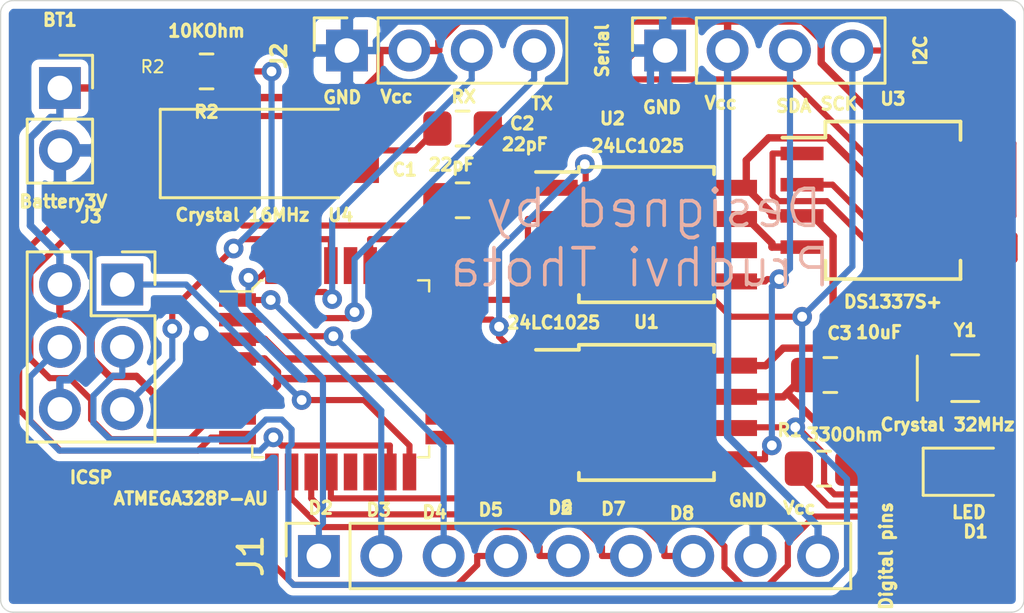
<source format=kicad_pcb>
(kicad_pcb (version 20171130) (host pcbnew "(5.1.4)-1")

  (general
    (thickness 1.6)
    (drawings 27)
    (tracks 369)
    (zones 0)
    (modules 17)
    (nets 32)
  )

  (page A4)
  (title_block
    (title "Battery Powered Arduino Clone with Clock and Extended EEPROM")
    (date 2019-10-15)
    (rev 1)
    (company "University of Houston")
    (comment 1 "Designed by Prudhvi Thota")
  )

  (layers
    (0 F.Cu signal)
    (31 B.Cu mixed)
    (32 B.Adhes user)
    (33 F.Adhes user)
    (34 B.Paste user)
    (35 F.Paste user)
    (36 B.SilkS user)
    (37 F.SilkS user)
    (38 B.Mask user)
    (39 F.Mask user)
    (40 Dwgs.User user)
    (41 Cmts.User user)
    (42 Eco1.User user)
    (43 Eco2.User user)
    (44 Edge.Cuts user)
    (45 Margin user)
    (46 B.CrtYd user)
    (47 F.CrtYd user)
    (48 B.Fab user)
    (49 F.Fab user)
  )

  (setup
    (last_trace_width 0.25)
    (user_trace_width 0.3)
    (trace_clearance 0.2)
    (zone_clearance 0.308)
    (zone_45_only no)
    (trace_min 0.2)
    (via_size 0.8)
    (via_drill 0.4)
    (via_min_size 0.4)
    (via_min_drill 0.3)
    (user_via 1 0.6)
    (uvia_size 0.3)
    (uvia_drill 0.1)
    (uvias_allowed no)
    (uvia_min_size 0.2)
    (uvia_min_drill 0.1)
    (edge_width 0.05)
    (segment_width 0.2)
    (pcb_text_width 0.3)
    (pcb_text_size 1.5 1.5)
    (mod_edge_width 0.12)
    (mod_text_size 0.6 0.6)
    (mod_text_width 0.15)
    (pad_size 1.524 1.524)
    (pad_drill 0.762)
    (pad_to_mask_clearance 0.051)
    (solder_mask_min_width 0.25)
    (aux_axis_origin 0 0)
    (visible_elements FFFFFF7F)
    (pcbplotparams
      (layerselection 0x010fc_ffffffff)
      (usegerberextensions true)
      (usegerberattributes false)
      (usegerberadvancedattributes false)
      (creategerberjobfile false)
      (excludeedgelayer true)
      (linewidth 0.100000)
      (plotframeref false)
      (viasonmask false)
      (mode 1)
      (useauxorigin false)
      (hpglpennumber 1)
      (hpglpenspeed 20)
      (hpglpendiameter 15.000000)
      (psnegative false)
      (psa4output false)
      (plotreference true)
      (plotvalue true)
      (plotinvisibletext false)
      (padsonsilk false)
      (subtractmaskfromsilk false)
      (outputformat 1)
      (mirror false)
      (drillshape 0)
      (scaleselection 1)
      (outputdirectory "BACEE_Gerber/"))
  )

  (net 0 "")
  (net 1 /Vcc)
  (net 2 GNDPWR)
  (net 3 "Net-(C1-Pad2)")
  (net 4 "Net-(C2-Pad1)")
  (net 5 "Net-(D1-Pad1)")
  (net 6 /SCK)
  (net 7 /D2)
  (net 8 /D3)
  (net 9 /D4)
  (net 10 /D5)
  (net 11 /D6)
  (net 12 /D7)
  (net 13 /D8)
  (net 14 /RX)
  (net 15 /TX)
  (net 16 /MISO)
  (net 17 /MOSI)
  (net 18 /RESET)
  (net 19 /SDA)
  (net 20 /ADDS1)
  (net 21 /ADDS2)
  (net 22 "Net-(U3-Pad1)")
  (net 23 "Net-(U3-Pad2)")
  (net 24 "Net-(U3-Pad7)")
  (net 25 "Net-(U4-Pad13)")
  (net 26 "Net-(U4-Pad14)")
  (net 27 "Net-(U4-Pad19)")
  (net 28 "Net-(U4-Pad22)")
  (net 29 "Net-(U4-Pad25)")
  (net 30 "Net-(U4-Pad26)")
  (net 31 "Net-(U4-Pad28)")

  (net_class Default "This is the default net class."
    (clearance 0.2)
    (trace_width 0.25)
    (via_dia 0.8)
    (via_drill 0.4)
    (uvia_dia 0.3)
    (uvia_drill 0.1)
    (add_net /ADDS1)
    (add_net /ADDS2)
    (add_net /D2)
    (add_net /D3)
    (add_net /D4)
    (add_net /D5)
    (add_net /D6)
    (add_net /D7)
    (add_net /D8)
    (add_net /MISO)
    (add_net /MOSI)
    (add_net /RESET)
    (add_net /RX)
    (add_net /SCK)
    (add_net /SDA)
    (add_net /TX)
    (add_net "Net-(C1-Pad2)")
    (add_net "Net-(C2-Pad1)")
    (add_net "Net-(D1-Pad1)")
    (add_net "Net-(U3-Pad1)")
    (add_net "Net-(U3-Pad2)")
    (add_net "Net-(U3-Pad7)")
    (add_net "Net-(U4-Pad13)")
    (add_net "Net-(U4-Pad14)")
    (add_net "Net-(U4-Pad19)")
    (add_net "Net-(U4-Pad22)")
    (add_net "Net-(U4-Pad25)")
    (add_net "Net-(U4-Pad26)")
    (add_net "Net-(U4-Pad28)")
  )

  (net_class "Power " ""
    (clearance 0.2)
    (trace_width 0.3)
    (via_dia 1)
    (via_drill 0.6)
    (uvia_dia 0.3)
    (uvia_drill 0.1)
    (add_net /Vcc)
    (add_net GNDPWR)
  )

  (module Connector_PinSocket_2.54mm:PinSocket_1x02_P2.54mm_Vertical (layer F.Cu) (tedit 5A19A420) (tstamp 5DA66A48)
    (at 73.533 77.724)
    (descr "Through hole straight socket strip, 1x02, 2.54mm pitch, single row (from Kicad 4.0.7), script generated")
    (tags "Through hole socket strip THT 1x02 2.54mm single row")
    (path /5DA5FF01)
    (fp_text reference BT1 (at 0 -2.77) (layer F.SilkS)
      (effects (font (size 0.5 0.5) (thickness 0.125)))
    )
    (fp_text value Battery3V (at 0.1397 4.6228) (layer F.SilkS)
      (effects (font (size 0.5 0.5) (thickness 0.125)))
    )
    (fp_line (start -1.27 -1.27) (end 0.635 -1.27) (layer F.Fab) (width 0.1))
    (fp_line (start 0.635 -1.27) (end 1.27 -0.635) (layer F.Fab) (width 0.1))
    (fp_line (start 1.27 -0.635) (end 1.27 3.81) (layer F.Fab) (width 0.1))
    (fp_line (start 1.27 3.81) (end -1.27 3.81) (layer F.Fab) (width 0.1))
    (fp_line (start -1.27 3.81) (end -1.27 -1.27) (layer F.Fab) (width 0.1))
    (fp_line (start -1.33 1.27) (end 1.33 1.27) (layer F.SilkS) (width 0.12))
    (fp_line (start -1.33 1.27) (end -1.33 3.87) (layer F.SilkS) (width 0.12))
    (fp_line (start -1.33 3.87) (end 1.33 3.87) (layer F.SilkS) (width 0.12))
    (fp_line (start 1.33 1.27) (end 1.33 3.87) (layer F.SilkS) (width 0.12))
    (fp_line (start 1.33 -1.33) (end 1.33 0) (layer F.SilkS) (width 0.12))
    (fp_line (start 0 -1.33) (end 1.33 -1.33) (layer F.SilkS) (width 0.12))
    (fp_line (start -1.8 -1.8) (end 1.75 -1.8) (layer F.CrtYd) (width 0.05))
    (fp_line (start 1.75 -1.8) (end 1.75 4.3) (layer F.CrtYd) (width 0.05))
    (fp_line (start 1.75 4.3) (end -1.8 4.3) (layer F.CrtYd) (width 0.05))
    (fp_line (start -1.8 4.3) (end -1.8 -1.8) (layer F.CrtYd) (width 0.05))
    (fp_text user %R (at 0 1.27 90) (layer F.Fab)
      (effects (font (size 1 1) (thickness 0.15)))
    )
    (pad 1 thru_hole rect (at 0 0) (size 1.7 1.7) (drill 1) (layers *.Cu *.Mask)
      (net 1 /Vcc))
    (pad 2 thru_hole oval (at 0 2.54) (size 1.7 1.7) (drill 1) (layers *.Cu *.Mask)
      (net 2 GNDPWR))
    (model ${KISYS3DMOD}/Connector_PinSocket_2.54mm.3dshapes/PinSocket_1x02_P2.54mm_Vertical.wrl
      (at (xyz 0 0 0))
      (scale (xyz 1 1 1))
      (rotate (xyz 0 0 0))
    )
  )

  (module Capacitor_SMD:C_0805_2012Metric_Pad1.15x1.40mm_HandSolder (layer F.Cu) (tedit 5B36C52B) (tstamp 5DA66A59)
    (at 89.925 82.296)
    (descr "Capacitor SMD 0805 (2012 Metric), square (rectangular) end terminal, IPC_7351 nominal with elongated pad for handsoldering. (Body size source: https://docs.google.com/spreadsheets/d/1BsfQQcO9C6DZCsRaXUlFlo91Tg2WpOkGARC1WS5S8t0/edit?usp=sharing), generated with kicad-footprint-generator")
    (tags "capacitor handsolder")
    (path /5DA60F7B)
    (attr smd)
    (fp_text reference C1 (at -2.3585 -1.2446) (layer F.SilkS)
      (effects (font (size 0.5 0.5) (thickness 0.125)))
    )
    (fp_text value 22pF (at -0.4535 -1.4478) (layer F.SilkS)
      (effects (font (size 0.5 0.5) (thickness 0.125)))
    )
    (fp_line (start -1 0.6) (end -1 -0.6) (layer F.Fab) (width 0.1))
    (fp_line (start -1 -0.6) (end 1 -0.6) (layer F.Fab) (width 0.1))
    (fp_line (start 1 -0.6) (end 1 0.6) (layer F.Fab) (width 0.1))
    (fp_line (start 1 0.6) (end -1 0.6) (layer F.Fab) (width 0.1))
    (fp_line (start -0.261252 -0.71) (end 0.261252 -0.71) (layer F.SilkS) (width 0.12))
    (fp_line (start -0.261252 0.71) (end 0.261252 0.71) (layer F.SilkS) (width 0.12))
    (fp_line (start -1.85 0.95) (end -1.85 -0.95) (layer F.CrtYd) (width 0.05))
    (fp_line (start -1.85 -0.95) (end 1.85 -0.95) (layer F.CrtYd) (width 0.05))
    (fp_line (start 1.85 -0.95) (end 1.85 0.95) (layer F.CrtYd) (width 0.05))
    (fp_line (start 1.85 0.95) (end -1.85 0.95) (layer F.CrtYd) (width 0.05))
    (fp_text user %R (at 0 0) (layer F.Fab)
      (effects (font (size 0.5 0.5) (thickness 0.08)))
    )
    (pad 1 smd roundrect (at -1.025 0) (size 1.15 1.4) (layers F.Cu F.Paste F.Mask) (roundrect_rratio 0.217391)
      (net 2 GNDPWR))
    (pad 2 smd roundrect (at 1.025 0) (size 1.15 1.4) (layers F.Cu F.Paste F.Mask) (roundrect_rratio 0.217391)
      (net 3 "Net-(C1-Pad2)"))
    (model ${KISYS3DMOD}/Capacitor_SMD.3dshapes/C_0805_2012Metric.wrl
      (at (xyz 0 0 0))
      (scale (xyz 1 1 1))
      (rotate (xyz 0 0 0))
    )
  )

  (module Capacitor_SMD:C_0805_2012Metric_Pad1.15x1.40mm_HandSolder (layer F.Cu) (tedit 5B36C52B) (tstamp 5DA67DC8)
    (at 89.925 79.375)
    (descr "Capacitor SMD 0805 (2012 Metric), square (rectangular) end terminal, IPC_7351 nominal with elongated pad for handsoldering. (Body size source: https://docs.google.com/spreadsheets/d/1BsfQQcO9C6DZCsRaXUlFlo91Tg2WpOkGARC1WS5S8t0/edit?usp=sharing), generated with kicad-footprint-generator")
    (tags "capacitor handsolder")
    (path /5DA61182)
    (attr smd)
    (fp_text reference C2 (at 2.4294 -0.2032) (layer F.SilkS)
      (effects (font (size 0.5 0.5) (thickness 0.125)))
    )
    (fp_text value 22pF (at 2.531 0.6477) (layer F.SilkS)
      (effects (font (size 0.5 0.5) (thickness 0.125)))
    )
    (fp_text user %R (at 0 0) (layer F.Fab)
      (effects (font (size 0.5 0.5) (thickness 0.08)))
    )
    (fp_line (start 1.85 0.95) (end -1.85 0.95) (layer F.CrtYd) (width 0.05))
    (fp_line (start 1.85 -0.95) (end 1.85 0.95) (layer F.CrtYd) (width 0.05))
    (fp_line (start -1.85 -0.95) (end 1.85 -0.95) (layer F.CrtYd) (width 0.05))
    (fp_line (start -1.85 0.95) (end -1.85 -0.95) (layer F.CrtYd) (width 0.05))
    (fp_line (start -0.261252 0.71) (end 0.261252 0.71) (layer F.SilkS) (width 0.12))
    (fp_line (start -0.261252 -0.71) (end 0.261252 -0.71) (layer F.SilkS) (width 0.12))
    (fp_line (start 1 0.6) (end -1 0.6) (layer F.Fab) (width 0.1))
    (fp_line (start 1 -0.6) (end 1 0.6) (layer F.Fab) (width 0.1))
    (fp_line (start -1 -0.6) (end 1 -0.6) (layer F.Fab) (width 0.1))
    (fp_line (start -1 0.6) (end -1 -0.6) (layer F.Fab) (width 0.1))
    (pad 2 smd roundrect (at 1.025 0) (size 1.15 1.4) (layers F.Cu F.Paste F.Mask) (roundrect_rratio 0.217391)
      (net 2 GNDPWR))
    (pad 1 smd roundrect (at -1.025 0) (size 1.15 1.4) (layers F.Cu F.Paste F.Mask) (roundrect_rratio 0.217391)
      (net 4 "Net-(C2-Pad1)"))
    (model ${KISYS3DMOD}/Capacitor_SMD.3dshapes/C_0805_2012Metric.wrl
      (at (xyz 0 0 0))
      (scale (xyz 1 1 1))
      (rotate (xyz 0 0 0))
    )
  )

  (module Capacitor_SMD:C_0805_2012Metric_Pad1.15x1.40mm_HandSolder (layer F.Cu) (tedit 5B36C52B) (tstamp 5DA679EC)
    (at 104.893 89.408 180)
    (descr "Capacitor SMD 0805 (2012 Metric), square (rectangular) end terminal, IPC_7351 nominal with elongated pad for handsoldering. (Body size source: https://docs.google.com/spreadsheets/d/1BsfQQcO9C6DZCsRaXUlFlo91Tg2WpOkGARC1WS5S8t0/edit?usp=sharing), generated with kicad-footprint-generator")
    (tags "capacitor handsolder")
    (path /5DA61553)
    (attr smd)
    (fp_text reference C3 (at -0.3773 1.7018) (layer F.SilkS)
      (effects (font (size 0.5 0.5) (thickness 0.125)))
    )
    (fp_text value 10uF (at -1.9775 1.7399) (layer F.SilkS)
      (effects (font (size 0.5 0.5) (thickness 0.125)))
    )
    (fp_line (start -1 0.6) (end -1 -0.6) (layer F.Fab) (width 0.1))
    (fp_line (start -1 -0.6) (end 1 -0.6) (layer F.Fab) (width 0.1))
    (fp_line (start 1 -0.6) (end 1 0.6) (layer F.Fab) (width 0.1))
    (fp_line (start 1 0.6) (end -1 0.6) (layer F.Fab) (width 0.1))
    (fp_line (start -0.261252 -0.71) (end 0.261252 -0.71) (layer F.SilkS) (width 0.12))
    (fp_line (start -0.261252 0.71) (end 0.261252 0.71) (layer F.SilkS) (width 0.12))
    (fp_line (start -1.85 0.95) (end -1.85 -0.95) (layer F.CrtYd) (width 0.05))
    (fp_line (start -1.85 -0.95) (end 1.85 -0.95) (layer F.CrtYd) (width 0.05))
    (fp_line (start 1.85 -0.95) (end 1.85 0.95) (layer F.CrtYd) (width 0.05))
    (fp_line (start 1.85 0.95) (end -1.85 0.95) (layer F.CrtYd) (width 0.05))
    (fp_text user %R (at 0 0) (layer F.Fab)
      (effects (font (size 0.5 0.5) (thickness 0.08)))
    )
    (pad 1 smd roundrect (at -1.025 0 180) (size 1.15 1.4) (layers F.Cu F.Paste F.Mask) (roundrect_rratio 0.217391)
      (net 1 /Vcc))
    (pad 2 smd roundrect (at 1.025 0 180) (size 1.15 1.4) (layers F.Cu F.Paste F.Mask) (roundrect_rratio 0.217391)
      (net 2 GNDPWR))
    (model ${KISYS3DMOD}/Capacitor_SMD.3dshapes/C_0805_2012Metric.wrl
      (at (xyz 0 0 0))
      (scale (xyz 1 1 1))
      (rotate (xyz 0 0 0))
    )
  )

  (module LED_SMD:LED_0805_2012Metric_Pad1.15x1.40mm_HandSolder (layer F.Cu) (tedit 5B4B45C9) (tstamp 5DA66A8E)
    (at 110.533 93.345)
    (descr "LED SMD 0805 (2012 Metric), square (rectangular) end terminal, IPC_7351 nominal, (Body size source: https://docs.google.com/spreadsheets/d/1BsfQQcO9C6DZCsRaXUlFlo91Tg2WpOkGARC1WS5S8t0/edit?usp=sharing), generated with kicad-footprint-generator")
    (tags "LED handsolder")
    (path /5DA61A1F)
    (attr smd)
    (fp_text reference D1 (at 0.2745 2.4384) (layer F.SilkS)
      (effects (font (size 0.5 0.5) (thickness 0.125)))
    )
    (fp_text value LED (at 0 1.65) (layer F.SilkS)
      (effects (font (size 0.5 0.5) (thickness 0.125)))
    )
    (fp_line (start 1 -0.6) (end -0.7 -0.6) (layer F.Fab) (width 0.1))
    (fp_line (start -0.7 -0.6) (end -1 -0.3) (layer F.Fab) (width 0.1))
    (fp_line (start -1 -0.3) (end -1 0.6) (layer F.Fab) (width 0.1))
    (fp_line (start -1 0.6) (end 1 0.6) (layer F.Fab) (width 0.1))
    (fp_line (start 1 0.6) (end 1 -0.6) (layer F.Fab) (width 0.1))
    (fp_line (start 1 -0.96) (end -1.86 -0.96) (layer F.SilkS) (width 0.12))
    (fp_line (start -1.86 -0.96) (end -1.86 0.96) (layer F.SilkS) (width 0.12))
    (fp_line (start -1.86 0.96) (end 1 0.96) (layer F.SilkS) (width 0.12))
    (fp_line (start -1.85 0.95) (end -1.85 -0.95) (layer F.CrtYd) (width 0.05))
    (fp_line (start -1.85 -0.95) (end 1.85 -0.95) (layer F.CrtYd) (width 0.05))
    (fp_line (start 1.85 -0.95) (end 1.85 0.95) (layer F.CrtYd) (width 0.05))
    (fp_line (start 1.85 0.95) (end -1.85 0.95) (layer F.CrtYd) (width 0.05))
    (fp_text user %R (at 0 0) (layer F.Fab)
      (effects (font (size 0.5 0.5) (thickness 0.08)))
    )
    (pad 1 smd roundrect (at -1.025 0) (size 1.15 1.4) (layers F.Cu F.Paste F.Mask) (roundrect_rratio 0.217391)
      (net 5 "Net-(D1-Pad1)"))
    (pad 2 smd roundrect (at 1.025 0) (size 1.15 1.4) (layers F.Cu F.Paste F.Mask) (roundrect_rratio 0.217391)
      (net 6 /SCK))
    (model ${KISYS3DMOD}/LED_SMD.3dshapes/LED_0805_2012Metric.wrl
      (at (xyz 0 0 0))
      (scale (xyz 1 1 1))
      (rotate (xyz 0 0 0))
    )
  )

  (module Connector_PinSocket_2.54mm:PinSocket_1x09_P2.54mm_Vertical (layer F.Cu) (tedit 5A19A431) (tstamp 5DA66AAB)
    (at 84.074 96.774 90)
    (descr "Through hole straight socket strip, 1x09, 2.54mm pitch, single row (from Kicad 4.0.7), script generated")
    (tags "Through hole socket strip THT 1x09 2.54mm single row")
    (path /5DA64665/5DA69CA3)
    (fp_text reference J1 (at 0 -2.77 90) (layer F.SilkS)
      (effects (font (size 1 1) (thickness 0.15)))
    )
    (fp_text value "Digital pins" (at 0 23.09 90) (layer F.SilkS)
      (effects (font (size 0.5 0.5) (thickness 0.125)))
    )
    (fp_line (start -1.27 -1.27) (end 0.635 -1.27) (layer F.Fab) (width 0.1))
    (fp_line (start 0.635 -1.27) (end 1.27 -0.635) (layer F.Fab) (width 0.1))
    (fp_line (start 1.27 -0.635) (end 1.27 21.59) (layer F.Fab) (width 0.1))
    (fp_line (start 1.27 21.59) (end -1.27 21.59) (layer F.Fab) (width 0.1))
    (fp_line (start -1.27 21.59) (end -1.27 -1.27) (layer F.Fab) (width 0.1))
    (fp_line (start -1.33 1.27) (end 1.33 1.27) (layer F.SilkS) (width 0.12))
    (fp_line (start -1.33 1.27) (end -1.33 21.65) (layer F.SilkS) (width 0.12))
    (fp_line (start -1.33 21.65) (end 1.33 21.65) (layer F.SilkS) (width 0.12))
    (fp_line (start 1.33 1.27) (end 1.33 21.65) (layer F.SilkS) (width 0.12))
    (fp_line (start 1.33 -1.33) (end 1.33 0) (layer F.SilkS) (width 0.12))
    (fp_line (start 0 -1.33) (end 1.33 -1.33) (layer F.SilkS) (width 0.12))
    (fp_line (start -1.8 -1.8) (end 1.75 -1.8) (layer F.CrtYd) (width 0.05))
    (fp_line (start 1.75 -1.8) (end 1.75 22.1) (layer F.CrtYd) (width 0.05))
    (fp_line (start 1.75 22.1) (end -1.8 22.1) (layer F.CrtYd) (width 0.05))
    (fp_line (start -1.8 22.1) (end -1.8 -1.8) (layer F.CrtYd) (width 0.05))
    (fp_text user %R (at 0 10.16) (layer F.Fab)
      (effects (font (size 1 1) (thickness 0.15)))
    )
    (pad 1 thru_hole rect (at 0 0 90) (size 1.7 1.7) (drill 1) (layers *.Cu *.Mask)
      (net 7 /D2))
    (pad 2 thru_hole oval (at 0 2.54 90) (size 1.7 1.7) (drill 1) (layers *.Cu *.Mask)
      (net 8 /D3))
    (pad 3 thru_hole oval (at 0 5.08 90) (size 1.7 1.7) (drill 1) (layers *.Cu *.Mask)
      (net 9 /D4))
    (pad 4 thru_hole oval (at 0 7.62 90) (size 1.7 1.7) (drill 1) (layers *.Cu *.Mask)
      (net 10 /D5))
    (pad 5 thru_hole oval (at 0 10.16 90) (size 1.7 1.7) (drill 1) (layers *.Cu *.Mask)
      (net 11 /D6))
    (pad 6 thru_hole oval (at 0 12.7 90) (size 1.7 1.7) (drill 1) (layers *.Cu *.Mask)
      (net 12 /D7))
    (pad 7 thru_hole oval (at 0 15.24 90) (size 1.7 1.7) (drill 1) (layers *.Cu *.Mask)
      (net 13 /D8))
    (pad 8 thru_hole oval (at 0 17.78 90) (size 1.7 1.7) (drill 1) (layers *.Cu *.Mask)
      (net 2 GNDPWR))
    (pad 9 thru_hole oval (at 0 20.32 90) (size 1.7 1.7) (drill 1) (layers *.Cu *.Mask)
      (net 1 /Vcc))
    (model ${KISYS3DMOD}/Connector_PinSocket_2.54mm.3dshapes/PinSocket_1x09_P2.54mm_Vertical.wrl
      (at (xyz 0 0 0))
      (scale (xyz 1 1 1))
      (rotate (xyz 0 0 0))
    )
  )

  (module Connector_PinSocket_2.54mm:PinSocket_1x04_P2.54mm_Vertical (layer F.Cu) (tedit 5A19A429) (tstamp 5DA66AC3)
    (at 85.217 76.2 90)
    (descr "Through hole straight socket strip, 1x04, 2.54mm pitch, single row (from Kicad 4.0.7), script generated")
    (tags "Through hole socket strip THT 1x04 2.54mm single row")
    (path /5DA64665/5DA6BCAE)
    (fp_text reference J2 (at -0.2159 -2.77 90) (layer F.SilkS)
      (effects (font (size 0.6 0.6) (thickness 0.15)))
    )
    (fp_text value Serial (at 0 10.39 90) (layer F.SilkS)
      (effects (font (size 0.5 0.5) (thickness 0.125)))
    )
    (fp_line (start -1.27 -1.27) (end 0.635 -1.27) (layer F.Fab) (width 0.1))
    (fp_line (start 0.635 -1.27) (end 1.27 -0.635) (layer F.Fab) (width 0.1))
    (fp_line (start 1.27 -0.635) (end 1.27 8.89) (layer F.Fab) (width 0.1))
    (fp_line (start 1.27 8.89) (end -1.27 8.89) (layer F.Fab) (width 0.1))
    (fp_line (start -1.27 8.89) (end -1.27 -1.27) (layer F.Fab) (width 0.1))
    (fp_line (start -1.33 1.27) (end 1.33 1.27) (layer F.SilkS) (width 0.12))
    (fp_line (start -1.33 1.27) (end -1.33 8.95) (layer F.SilkS) (width 0.12))
    (fp_line (start -1.33 8.95) (end 1.33 8.95) (layer F.SilkS) (width 0.12))
    (fp_line (start 1.33 1.27) (end 1.33 8.95) (layer F.SilkS) (width 0.12))
    (fp_line (start 1.33 -1.33) (end 1.33 0) (layer F.SilkS) (width 0.12))
    (fp_line (start 0 -1.33) (end 1.33 -1.33) (layer F.SilkS) (width 0.12))
    (fp_line (start -1.8 -1.8) (end 1.75 -1.8) (layer F.CrtYd) (width 0.05))
    (fp_line (start 1.75 -1.8) (end 1.75 9.4) (layer F.CrtYd) (width 0.05))
    (fp_line (start 1.75 9.4) (end -1.8 9.4) (layer F.CrtYd) (width 0.05))
    (fp_line (start -1.8 9.4) (end -1.8 -1.8) (layer F.CrtYd) (width 0.05))
    (fp_text user %R (at 0 3.81) (layer F.Fab)
      (effects (font (size 1 1) (thickness 0.15)))
    )
    (pad 1 thru_hole rect (at 0 0 90) (size 1.7 1.7) (drill 1) (layers *.Cu *.Mask)
      (net 2 GNDPWR))
    (pad 2 thru_hole oval (at 0 2.54 90) (size 1.7 1.7) (drill 1) (layers *.Cu *.Mask)
      (net 1 /Vcc))
    (pad 3 thru_hole oval (at 0 5.08 90) (size 1.7 1.7) (drill 1) (layers *.Cu *.Mask)
      (net 14 /RX))
    (pad 4 thru_hole oval (at 0 7.62 90) (size 1.7 1.7) (drill 1) (layers *.Cu *.Mask)
      (net 15 /TX))
    (model ${KISYS3DMOD}/Connector_PinSocket_2.54mm.3dshapes/PinSocket_1x04_P2.54mm_Vertical.wrl
      (at (xyz 0 0 0))
      (scale (xyz 1 1 1))
      (rotate (xyz 0 0 0))
    )
  )

  (module Connector_PinSocket_2.54mm:PinSocket_2x03_P2.54mm_Vertical (layer F.Cu) (tedit 5A19A425) (tstamp 5DA66ADF)
    (at 76.073 85.725)
    (descr "Through hole straight socket strip, 2x03, 2.54mm pitch, double cols (from Kicad 4.0.7), script generated")
    (tags "Through hole socket strip THT 2x03 2.54mm double row")
    (path /5DA64665/5DA6AF0D)
    (fp_text reference J3 (at -1.27 -2.77) (layer F.SilkS)
      (effects (font (size 0.5 0.5) (thickness 0.125)))
    )
    (fp_text value ICSP (at -1.27 7.85) (layer F.SilkS)
      (effects (font (size 0.5 0.5) (thickness 0.125)))
    )
    (fp_line (start -3.81 -1.27) (end 0.27 -1.27) (layer F.Fab) (width 0.1))
    (fp_line (start 0.27 -1.27) (end 1.27 -0.27) (layer F.Fab) (width 0.1))
    (fp_line (start 1.27 -0.27) (end 1.27 6.35) (layer F.Fab) (width 0.1))
    (fp_line (start 1.27 6.35) (end -3.81 6.35) (layer F.Fab) (width 0.1))
    (fp_line (start -3.81 6.35) (end -3.81 -1.27) (layer F.Fab) (width 0.1))
    (fp_line (start -3.87 -1.33) (end -1.27 -1.33) (layer F.SilkS) (width 0.12))
    (fp_line (start -3.87 -1.33) (end -3.87 6.41) (layer F.SilkS) (width 0.12))
    (fp_line (start -3.87 6.41) (end 1.33 6.41) (layer F.SilkS) (width 0.12))
    (fp_line (start 1.33 1.27) (end 1.33 6.41) (layer F.SilkS) (width 0.12))
    (fp_line (start -1.27 1.27) (end 1.33 1.27) (layer F.SilkS) (width 0.12))
    (fp_line (start -1.27 -1.33) (end -1.27 1.27) (layer F.SilkS) (width 0.12))
    (fp_line (start 1.33 -1.33) (end 1.33 0) (layer F.SilkS) (width 0.12))
    (fp_line (start 0 -1.33) (end 1.33 -1.33) (layer F.SilkS) (width 0.12))
    (fp_line (start -4.34 -1.8) (end 1.76 -1.8) (layer F.CrtYd) (width 0.05))
    (fp_line (start 1.76 -1.8) (end 1.76 6.85) (layer F.CrtYd) (width 0.05))
    (fp_line (start 1.76 6.85) (end -4.34 6.85) (layer F.CrtYd) (width 0.05))
    (fp_line (start -4.34 6.85) (end -4.34 -1.8) (layer F.CrtYd) (width 0.05))
    (fp_text user %R (at -1.27 2.54 90) (layer F.Fab)
      (effects (font (size 1 1) (thickness 0.15)))
    )
    (pad 1 thru_hole rect (at 0 0) (size 1.7 1.7) (drill 1) (layers *.Cu *.Mask)
      (net 16 /MISO))
    (pad 2 thru_hole oval (at -2.54 0) (size 1.7 1.7) (drill 1) (layers *.Cu *.Mask)
      (net 1 /Vcc))
    (pad 3 thru_hole oval (at 0 2.54) (size 1.7 1.7) (drill 1) (layers *.Cu *.Mask)
      (net 6 /SCK))
    (pad 4 thru_hole oval (at -2.54 2.54) (size 1.7 1.7) (drill 1) (layers *.Cu *.Mask)
      (net 17 /MOSI))
    (pad 5 thru_hole oval (at 0 5.08) (size 1.7 1.7) (drill 1) (layers *.Cu *.Mask)
      (net 18 /RESET))
    (pad 6 thru_hole oval (at -2.54 5.08) (size 1.7 1.7) (drill 1) (layers *.Cu *.Mask)
      (net 2 GNDPWR))
    (model ${KISYS3DMOD}/Connector_PinSocket_2.54mm.3dshapes/PinSocket_2x03_P2.54mm_Vertical.wrl
      (at (xyz 0 0 0))
      (scale (xyz 1 1 1))
      (rotate (xyz 0 0 0))
    )
  )

  (module Connector_PinSocket_2.54mm:PinSocket_1x04_P2.54mm_Vertical (layer F.Cu) (tedit 5A19A429) (tstamp 5DA67F6E)
    (at 98.171 76.2 90)
    (descr "Through hole straight socket strip, 1x04, 2.54mm pitch, single row (from Kicad 4.0.7), script generated")
    (tags "Through hole socket strip THT 1x04 2.54mm single row")
    (path /5DA64665/5DA6A930)
    (fp_text reference J4 (at 0 -2.77 90) (layer F.Fab)
      (effects (font (size 1 1) (thickness 0.15)))
    )
    (fp_text value I2C (at 0 10.39 90) (layer F.SilkS)
      (effects (font (size 0.5 0.5) (thickness 0.125)))
    )
    (fp_text user %R (at 0 3.81) (layer F.Fab)
      (effects (font (size 1 1) (thickness 0.15)))
    )
    (fp_line (start -1.8 9.4) (end -1.8 -1.8) (layer F.CrtYd) (width 0.05))
    (fp_line (start 1.75 9.4) (end -1.8 9.4) (layer F.CrtYd) (width 0.05))
    (fp_line (start 1.75 -1.8) (end 1.75 9.4) (layer F.CrtYd) (width 0.05))
    (fp_line (start -1.8 -1.8) (end 1.75 -1.8) (layer F.CrtYd) (width 0.05))
    (fp_line (start 0 -1.33) (end 1.33 -1.33) (layer F.SilkS) (width 0.12))
    (fp_line (start 1.33 -1.33) (end 1.33 0) (layer F.SilkS) (width 0.12))
    (fp_line (start 1.33 1.27) (end 1.33 8.95) (layer F.SilkS) (width 0.12))
    (fp_line (start -1.33 8.95) (end 1.33 8.95) (layer F.SilkS) (width 0.12))
    (fp_line (start -1.33 1.27) (end -1.33 8.95) (layer F.SilkS) (width 0.12))
    (fp_line (start -1.33 1.27) (end 1.33 1.27) (layer F.SilkS) (width 0.12))
    (fp_line (start -1.27 8.89) (end -1.27 -1.27) (layer F.Fab) (width 0.1))
    (fp_line (start 1.27 8.89) (end -1.27 8.89) (layer F.Fab) (width 0.1))
    (fp_line (start 1.27 -0.635) (end 1.27 8.89) (layer F.Fab) (width 0.1))
    (fp_line (start 0.635 -1.27) (end 1.27 -0.635) (layer F.Fab) (width 0.1))
    (fp_line (start -1.27 -1.27) (end 0.635 -1.27) (layer F.Fab) (width 0.1))
    (pad 4 thru_hole oval (at 0 7.62 90) (size 1.7 1.7) (drill 1) (layers *.Cu *.Mask)
      (net 6 /SCK))
    (pad 3 thru_hole oval (at 0 5.08 90) (size 1.7 1.7) (drill 1) (layers *.Cu *.Mask)
      (net 19 /SDA))
    (pad 2 thru_hole oval (at 0 2.54 90) (size 1.7 1.7) (drill 1) (layers *.Cu *.Mask)
      (net 1 /Vcc))
    (pad 1 thru_hole rect (at 0 0 90) (size 1.7 1.7) (drill 1) (layers *.Cu *.Mask)
      (net 2 GNDPWR))
    (model ${KISYS3DMOD}/Connector_PinSocket_2.54mm.3dshapes/PinSocket_1x04_P2.54mm_Vertical.wrl
      (at (xyz 0 0 0))
      (scale (xyz 1 1 1))
      (rotate (xyz 0 0 0))
    )
  )

  (module Resistor_SMD:R_0805_2012Metric_Pad1.15x1.40mm_HandSolder (layer F.Cu) (tedit 5B36C52B) (tstamp 5DA66B08)
    (at 104.639 93.218)
    (descr "Resistor SMD 0805 (2012 Metric), square (rectangular) end terminal, IPC_7351 nominal with elongated pad for handsoldering. (Body size source: https://docs.google.com/spreadsheets/d/1BsfQQcO9C6DZCsRaXUlFlo91Tg2WpOkGARC1WS5S8t0/edit?usp=sharing), generated with kicad-footprint-generator")
    (tags "resistor handsolder")
    (path /5DA62094)
    (attr smd)
    (fp_text reference R1 (at -1.4007 -1.5621) (layer F.SilkS)
      (effects (font (size 0.5 0.5) (thickness 0.125)))
    )
    (fp_text value 330Ohm (at 0.8472 -1.3843) (layer F.SilkS)
      (effects (font (size 0.5 0.5) (thickness 0.125)))
    )
    (fp_text user %R (at 0 0) (layer F.Fab)
      (effects (font (size 0.5 0.5) (thickness 0.08)))
    )
    (fp_line (start 1.85 0.95) (end -1.85 0.95) (layer F.CrtYd) (width 0.05))
    (fp_line (start 1.85 -0.95) (end 1.85 0.95) (layer F.CrtYd) (width 0.05))
    (fp_line (start -1.85 -0.95) (end 1.85 -0.95) (layer F.CrtYd) (width 0.05))
    (fp_line (start -1.85 0.95) (end -1.85 -0.95) (layer F.CrtYd) (width 0.05))
    (fp_line (start -0.261252 0.71) (end 0.261252 0.71) (layer F.SilkS) (width 0.12))
    (fp_line (start -0.261252 -0.71) (end 0.261252 -0.71) (layer F.SilkS) (width 0.12))
    (fp_line (start 1 0.6) (end -1 0.6) (layer F.Fab) (width 0.1))
    (fp_line (start 1 -0.6) (end 1 0.6) (layer F.Fab) (width 0.1))
    (fp_line (start -1 -0.6) (end 1 -0.6) (layer F.Fab) (width 0.1))
    (fp_line (start -1 0.6) (end -1 -0.6) (layer F.Fab) (width 0.1))
    (pad 2 smd roundrect (at 1.025 0) (size 1.15 1.4) (layers F.Cu F.Paste F.Mask) (roundrect_rratio 0.217391)
      (net 2 GNDPWR))
    (pad 1 smd roundrect (at -1.025 0) (size 1.15 1.4) (layers F.Cu F.Paste F.Mask) (roundrect_rratio 0.217391)
      (net 5 "Net-(D1-Pad1)"))
    (model ${KISYS3DMOD}/Resistor_SMD.3dshapes/R_0805_2012Metric.wrl
      (at (xyz 0 0 0))
      (scale (xyz 1 1 1))
      (rotate (xyz 0 0 0))
    )
  )

  (module Resistor_SMD:R_0805_2012Metric_Pad1.15x1.40mm_HandSolder (layer F.Cu) (tedit 5B36C52B) (tstamp 5DA6764D)
    (at 79.502 77.05 180)
    (descr "Resistor SMD 0805 (2012 Metric), square (rectangular) end terminal, IPC_7351 nominal with elongated pad for handsoldering. (Body size source: https://docs.google.com/spreadsheets/d/1BsfQQcO9C6DZCsRaXUlFlo91Tg2WpOkGARC1WS5S8t0/edit?usp=sharing), generated with kicad-footprint-generator")
    (tags "resistor handsolder")
    (path /5DA61E17)
    (attr smd)
    (fp_text reference R2 (at 0 -1.65) (layer F.SilkS)
      (effects (font (size 0.5 0.5) (thickness 0.125)))
    )
    (fp_text value 10KOhm (at 0 1.65) (layer F.SilkS)
      (effects (font (size 0.5 0.5) (thickness 0.125)))
    )
    (fp_line (start -1 0.6) (end -1 -0.6) (layer F.Fab) (width 0.1))
    (fp_line (start -1 -0.6) (end 1 -0.6) (layer F.Fab) (width 0.1))
    (fp_line (start 1 -0.6) (end 1 0.6) (layer F.Fab) (width 0.1))
    (fp_line (start 1 0.6) (end -1 0.6) (layer F.Fab) (width 0.1))
    (fp_line (start -0.261252 -0.71) (end 0.261252 -0.71) (layer F.SilkS) (width 0.12))
    (fp_line (start -0.261252 0.71) (end 0.261252 0.71) (layer F.SilkS) (width 0.12))
    (fp_line (start -1.85 0.95) (end -1.85 -0.95) (layer F.CrtYd) (width 0.05))
    (fp_line (start -1.85 -0.95) (end 1.85 -0.95) (layer F.CrtYd) (width 0.05))
    (fp_line (start 1.85 -0.95) (end 1.85 0.95) (layer F.CrtYd) (width 0.05))
    (fp_line (start 1.85 0.95) (end -1.85 0.95) (layer F.CrtYd) (width 0.05))
    (fp_text user %R (at 2.1971 0.1896) (layer F.SilkS)
      (effects (font (size 0.5 0.5) (thickness 0.08)))
    )
    (pad 1 smd roundrect (at -1.025 0 180) (size 1.15 1.4) (layers F.Cu F.Paste F.Mask) (roundrect_rratio 0.217391)
      (net 18 /RESET))
    (pad 2 smd roundrect (at 1.025 0 180) (size 1.15 1.4) (layers F.Cu F.Paste F.Mask) (roundrect_rratio 0.217391)
      (net 1 /Vcc))
    (model ${KISYS3DMOD}/Resistor_SMD.3dshapes/R_0805_2012Metric.wrl
      (at (xyz 0 0 0))
      (scale (xyz 1 1 1))
      (rotate (xyz 0 0 0))
    )
  )

  (module Package_SO:SOIJ-8_5.3x5.3mm_P1.27mm (layer F.Cu) (tedit 5A02F2D3) (tstamp 5DA66B36)
    (at 97.409 90.932)
    (descr "8-Lead Plastic Small Outline (SM) - Medium, 5.28 mm Body [SOIC] (see Microchip Packaging Specification 00000049BS.pdf)")
    (tags "SOIC 1.27")
    (path /5DA62BCC)
    (attr smd)
    (fp_text reference U1 (at 0 -3.68) (layer F.SilkS)
      (effects (font (size 0.5 0.5) (thickness 0.125)))
    )
    (fp_text value 24LC1025 (at -3.7719 -3.6576) (layer F.SilkS)
      (effects (font (size 0.5 0.5) (thickness 0.125)))
    )
    (fp_text user %R (at 0 0) (layer F.Fab)
      (effects (font (size 1 1) (thickness 0.15)))
    )
    (fp_line (start -1.65 -2.65) (end 2.65 -2.65) (layer F.Fab) (width 0.15))
    (fp_line (start 2.65 -2.65) (end 2.65 2.65) (layer F.Fab) (width 0.15))
    (fp_line (start 2.65 2.65) (end -2.65 2.65) (layer F.Fab) (width 0.15))
    (fp_line (start -2.65 2.65) (end -2.65 -1.65) (layer F.Fab) (width 0.15))
    (fp_line (start -2.65 -1.65) (end -1.65 -2.65) (layer F.Fab) (width 0.15))
    (fp_line (start -4.75 -2.95) (end -4.75 2.95) (layer F.CrtYd) (width 0.05))
    (fp_line (start 4.75 -2.95) (end 4.75 2.95) (layer F.CrtYd) (width 0.05))
    (fp_line (start -4.75 -2.95) (end 4.75 -2.95) (layer F.CrtYd) (width 0.05))
    (fp_line (start -4.75 2.95) (end 4.75 2.95) (layer F.CrtYd) (width 0.05))
    (fp_line (start -2.75 -2.755) (end -2.75 -2.55) (layer F.SilkS) (width 0.15))
    (fp_line (start 2.75 -2.755) (end 2.75 -2.455) (layer F.SilkS) (width 0.15))
    (fp_line (start 2.75 2.755) (end 2.75 2.455) (layer F.SilkS) (width 0.15))
    (fp_line (start -2.75 2.755) (end -2.75 2.455) (layer F.SilkS) (width 0.15))
    (fp_line (start -2.75 -2.755) (end 2.75 -2.755) (layer F.SilkS) (width 0.15))
    (fp_line (start -2.75 2.755) (end 2.75 2.755) (layer F.SilkS) (width 0.15))
    (fp_line (start -2.75 -2.55) (end -4.5 -2.55) (layer F.SilkS) (width 0.15))
    (pad 1 smd rect (at -3.65 -1.905) (size 1.7 0.65) (layers F.Cu F.Paste F.Mask)
      (net 20 /ADDS1))
    (pad 2 smd rect (at -3.65 -0.635) (size 1.7 0.65) (layers F.Cu F.Paste F.Mask)
      (net 21 /ADDS2))
    (pad 3 smd rect (at -3.65 0.635) (size 1.7 0.65) (layers F.Cu F.Paste F.Mask)
      (net 1 /Vcc))
    (pad 4 smd rect (at -3.65 1.905) (size 1.7 0.65) (layers F.Cu F.Paste F.Mask)
      (net 2 GNDPWR))
    (pad 5 smd rect (at 3.65 1.905) (size 1.7 0.65) (layers F.Cu F.Paste F.Mask)
      (net 19 /SDA))
    (pad 6 smd rect (at 3.65 0.635) (size 1.7 0.65) (layers F.Cu F.Paste F.Mask)
      (net 6 /SCK))
    (pad 7 smd rect (at 3.65 -0.635) (size 1.7 0.65) (layers F.Cu F.Paste F.Mask)
      (net 2 GNDPWR))
    (pad 8 smd rect (at 3.65 -1.905) (size 1.7 0.65) (layers F.Cu F.Paste F.Mask)
      (net 1 /Vcc))
    (model ${KISYS3DMOD}/Package_SO.3dshapes/SOIJ-8_5.3x5.3mm_P1.27mm.wrl
      (at (xyz 0 0 0))
      (scale (xyz 1 1 1))
      (rotate (xyz 0 0 0))
    )
  )

  (module Package_SO:SOIJ-8_5.3x5.3mm_P1.27mm (layer F.Cu) (tedit 5A02F2D3) (tstamp 5DA67482)
    (at 97.409 83.693)
    (descr "8-Lead Plastic Small Outline (SM) - Medium, 5.28 mm Body [SOIC] (see Microchip Packaging Specification 00000049BS.pdf)")
    (tags "SOIC 1.27")
    (path /5DA7D0A5)
    (attr smd)
    (fp_text reference U2 (at -1.3843 -4.7244) (layer F.SilkS)
      (effects (font (size 0.5 0.5) (thickness 0.125)))
    )
    (fp_text value 24LC1025 (at -0.3556 -3.6068) (layer F.SilkS)
      (effects (font (size 0.5 0.5) (thickness 0.125)))
    )
    (fp_line (start -2.75 -2.55) (end -4.5 -2.55) (layer F.SilkS) (width 0.15))
    (fp_line (start -2.75 2.755) (end 2.75 2.755) (layer F.SilkS) (width 0.15))
    (fp_line (start -2.75 -2.755) (end 2.75 -2.755) (layer F.SilkS) (width 0.15))
    (fp_line (start -2.75 2.755) (end -2.75 2.455) (layer F.SilkS) (width 0.15))
    (fp_line (start 2.75 2.755) (end 2.75 2.455) (layer F.SilkS) (width 0.15))
    (fp_line (start 2.75 -2.755) (end 2.75 -2.455) (layer F.SilkS) (width 0.15))
    (fp_line (start -2.75 -2.755) (end -2.75 -2.55) (layer F.SilkS) (width 0.15))
    (fp_line (start -4.75 2.95) (end 4.75 2.95) (layer F.CrtYd) (width 0.05))
    (fp_line (start -4.75 -2.95) (end 4.75 -2.95) (layer F.CrtYd) (width 0.05))
    (fp_line (start 4.75 -2.95) (end 4.75 2.95) (layer F.CrtYd) (width 0.05))
    (fp_line (start -4.75 -2.95) (end -4.75 2.95) (layer F.CrtYd) (width 0.05))
    (fp_line (start -2.65 -1.65) (end -1.65 -2.65) (layer F.Fab) (width 0.15))
    (fp_line (start -2.65 2.65) (end -2.65 -1.65) (layer F.Fab) (width 0.15))
    (fp_line (start 2.65 2.65) (end -2.65 2.65) (layer F.Fab) (width 0.15))
    (fp_line (start 2.65 -2.65) (end 2.65 2.65) (layer F.Fab) (width 0.15))
    (fp_line (start -1.65 -2.65) (end 2.65 -2.65) (layer F.Fab) (width 0.15))
    (fp_text user %R (at 0 0) (layer F.Fab)
      (effects (font (size 1 1) (thickness 0.15)))
    )
    (pad 8 smd rect (at 3.65 -1.905) (size 1.7 0.65) (layers F.Cu F.Paste F.Mask)
      (net 1 /Vcc))
    (pad 7 smd rect (at 3.65 -0.635) (size 1.7 0.65) (layers F.Cu F.Paste F.Mask)
      (net 2 GNDPWR))
    (pad 6 smd rect (at 3.65 0.635) (size 1.7 0.65) (layers F.Cu F.Paste F.Mask)
      (net 6 /SCK))
    (pad 5 smd rect (at 3.65 1.905) (size 1.7 0.65) (layers F.Cu F.Paste F.Mask)
      (net 19 /SDA))
    (pad 4 smd rect (at -3.65 1.905) (size 1.7 0.65) (layers F.Cu F.Paste F.Mask)
      (net 2 GNDPWR))
    (pad 3 smd rect (at -3.65 0.635) (size 1.7 0.65) (layers F.Cu F.Paste F.Mask)
      (net 1 /Vcc))
    (pad 2 smd rect (at -3.65 -0.635) (size 1.7 0.65) (layers F.Cu F.Paste F.Mask)
      (net 21 /ADDS2))
    (pad 1 smd rect (at -3.65 -1.905) (size 1.7 0.65) (layers F.Cu F.Paste F.Mask)
      (net 20 /ADDS1))
    (model ${KISYS3DMOD}/Package_SO.3dshapes/SOIJ-8_5.3x5.3mm_P1.27mm.wrl
      (at (xyz 0 0 0))
      (scale (xyz 1 1 1))
      (rotate (xyz 0 0 0))
    )
  )

  (module Package_SO:SO-8_5.3x6.2mm_P1.27mm (layer F.Cu) (tedit 5A02F2D3) (tstamp 5DA6742E)
    (at 107.442 82.296)
    (descr "8-Lead Plastic Small Outline, 5.3x6.2mm Body (http://www.ti.com.cn/cn/lit/ds/symlink/tl7705a.pdf)")
    (tags "SOIC 1.27")
    (path /5DA6F327)
    (attr smd)
    (fp_text reference U3 (at 0 -4.13) (layer F.SilkS)
      (effects (font (size 0.5 0.5) (thickness 0.125)))
    )
    (fp_text value DS1337S+ (at 0 4.13) (layer F.SilkS)
      (effects (font (size 0.5 0.5) (thickness 0.125)))
    )
    (fp_text user %R (at 0 0) (layer F.Fab)
      (effects (font (size 1 1) (thickness 0.15)))
    )
    (fp_line (start -1.65 -3.1) (end 2.65 -3.1) (layer F.Fab) (width 0.15))
    (fp_line (start 2.65 -3.1) (end 2.65 3.1) (layer F.Fab) (width 0.15))
    (fp_line (start 2.65 3.1) (end -2.65 3.1) (layer F.Fab) (width 0.15))
    (fp_line (start -2.65 3.1) (end -2.65 -2.1) (layer F.Fab) (width 0.15))
    (fp_line (start -2.65 -2.1) (end -1.65 -3.1) (layer F.Fab) (width 0.15))
    (fp_line (start -4.83 -3.35) (end -4.83 3.35) (layer F.CrtYd) (width 0.05))
    (fp_line (start 4.83 -3.35) (end 4.83 3.35) (layer F.CrtYd) (width 0.05))
    (fp_line (start -4.83 -3.35) (end 4.83 -3.35) (layer F.CrtYd) (width 0.05))
    (fp_line (start -4.83 3.35) (end 4.83 3.35) (layer F.CrtYd) (width 0.05))
    (fp_line (start -2.75 -3.205) (end -2.75 -2.55) (layer F.SilkS) (width 0.15))
    (fp_line (start 2.75 -3.205) (end 2.75 -2.455) (layer F.SilkS) (width 0.15))
    (fp_line (start 2.75 3.205) (end 2.75 2.455) (layer F.SilkS) (width 0.15))
    (fp_line (start -2.75 3.205) (end -2.75 2.455) (layer F.SilkS) (width 0.15))
    (fp_line (start -2.75 -3.205) (end 2.75 -3.205) (layer F.SilkS) (width 0.15))
    (fp_line (start -2.75 3.205) (end 2.75 3.205) (layer F.SilkS) (width 0.15))
    (fp_line (start -2.75 -2.55) (end -4.5 -2.55) (layer F.SilkS) (width 0.15))
    (pad 1 smd rect (at -3.7 -1.905) (size 1.75 0.55) (layers F.Cu F.Paste F.Mask)
      (net 22 "Net-(U3-Pad1)"))
    (pad 2 smd rect (at -3.7 -0.635) (size 1.75 0.55) (layers F.Cu F.Paste F.Mask)
      (net 23 "Net-(U3-Pad2)"))
    (pad 3 smd rect (at -3.7 0.635) (size 1.75 0.55) (layers F.Cu F.Paste F.Mask)
      (net 1 /Vcc))
    (pad 4 smd rect (at -3.7 1.905) (size 1.75 0.55) (layers F.Cu F.Paste F.Mask)
      (net 2 GNDPWR))
    (pad 5 smd rect (at 3.7 1.905) (size 1.75 0.55) (layers F.Cu F.Paste F.Mask)
      (net 19 /SDA))
    (pad 6 smd rect (at 3.7 0.635) (size 1.75 0.55) (layers F.Cu F.Paste F.Mask)
      (net 6 /SCK))
    (pad 7 smd rect (at 3.7 -0.635) (size 1.75 0.55) (layers F.Cu F.Paste F.Mask)
      (net 24 "Net-(U3-Pad7)"))
    (pad 8 smd rect (at 3.7 -1.905) (size 1.75 0.55) (layers F.Cu F.Paste F.Mask)
      (net 1 /Vcc))
    (model ${KISYS3DMOD}/Package_SO.3dshapes/SO-8_5.3x6.2mm_P1.27mm.wrl
      (at (xyz 0 0 0))
      (scale (xyz 1 1 1))
      (rotate (xyz 0 0 0))
    )
  )

  (module digikey-footprints:TQFP-32_7x7mm (layer F.Cu) (tedit 5D28AA5E) (tstamp 5DA66BA8)
    (at 84.963 89.154)
    (descr http://www.atmel.com/Images/Atmel-8826-SEEPROM-PCB-Mounting-Guidelines-Surface-Mount-Packages-ApplicationNote.pdf)
    (path /5DA6CE9B)
    (attr smd)
    (fp_text reference U4 (at 0 -6.25) (layer F.SilkS)
      (effects (font (size 0.5 0.5) (thickness 0.125)))
    )
    (fp_text value ATMEGA328P-AU (at -6.096 5.2832) (layer F.SilkS)
      (effects (font (size 0.5 0.5) (thickness 0.125)))
    )
    (fp_text user %R (at 0 0) (layer F.Fab)
      (effects (font (size 1 1) (thickness 0.15)))
    )
    (fp_line (start -5.2 5.2) (end 5.2 5.2) (layer F.CrtYd) (width 0.05))
    (fp_line (start -5.2 -5.2) (end -5.2 5.2) (layer F.CrtYd) (width 0.05))
    (fp_line (start 5.2 -5.2) (end 5.2 5.2) (layer F.CrtYd) (width 0.05))
    (fp_line (start -5.2 -5.2) (end 5.2 -5.2) (layer F.CrtYd) (width 0.05))
    (fp_line (start -3.15 -3.6) (end -3.25 -3.6) (layer F.SilkS) (width 0.1))
    (fp_line (start -3.25 -3.6) (end -3.6 -3.25) (layer F.SilkS) (width 0.1))
    (fp_line (start -3.6 -3.25) (end -3.6 -3.15) (layer F.SilkS) (width 0.1))
    (fp_line (start -3.6 -3.15) (end -4.9 -3.15) (layer F.SilkS) (width 0.1))
    (fp_line (start 3.6 -3.6) (end 3.15 -3.6) (layer F.SilkS) (width 0.1))
    (fp_line (start 3.6 -3.6) (end 3.6 -3.15) (layer F.SilkS) (width 0.1))
    (fp_line (start 3.6 3.6) (end 3.6 3.15) (layer F.SilkS) (width 0.1))
    (fp_line (start 3.6 3.6) (end 3.15 3.6) (layer F.SilkS) (width 0.1))
    (fp_line (start -3.6 3.6) (end -3.15 3.6) (layer F.SilkS) (width 0.1))
    (fp_line (start -3.6 3.6) (end -3.6 3.15) (layer F.SilkS) (width 0.1))
    (fp_line (start -3.5 -3.2) (end -3.5 3.5) (layer F.Fab) (width 0.1))
    (fp_line (start -3.2 -3.5) (end 3.5 -3.5) (layer F.Fab) (width 0.1))
    (fp_line (start -3.5 -3.2) (end -3.2 -3.5) (layer F.Fab) (width 0.1))
    (fp_line (start -3.5 3.5) (end 3.5 3.5) (layer F.Fab) (width 0.1))
    (fp_line (start 3.5 -3.5) (end 3.5 3.5) (layer F.Fab) (width 0.1))
    (pad 9 smd rect (at -2.8 4.2) (size 0.55 1.5) (layers F.Cu F.Paste F.Mask)
      (net 10 /D5))
    (pad 1 smd rect (at -4.2 -2.8) (size 1.5 0.55) (layers F.Cu F.Paste F.Mask)
      (net 8 /D3))
    (pad 2 smd rect (at -4.2 -2) (size 1.5 0.55) (layers F.Cu F.Paste F.Mask)
      (net 9 /D4))
    (pad 3 smd rect (at -4.2 -1.2) (size 1.5 0.55) (layers F.Cu F.Paste F.Mask)
      (net 2 GNDPWR))
    (pad 4 smd rect (at -4.2 -0.4) (size 1.5 0.55) (layers F.Cu F.Paste F.Mask)
      (net 1 /Vcc))
    (pad 5 smd rect (at -4.2 0.4) (size 1.5 0.55) (layers F.Cu F.Paste F.Mask)
      (net 2 GNDPWR))
    (pad 6 smd rect (at -4.2 1.2) (size 1.5 0.55) (layers F.Cu F.Paste F.Mask)
      (net 1 /Vcc))
    (pad 7 smd rect (at -4.2 2) (size 1.5 0.55) (layers F.Cu F.Paste F.Mask)
      (net 3 "Net-(C1-Pad2)"))
    (pad 8 smd rect (at -4.2 2.8) (size 1.5 0.55) (layers F.Cu F.Paste F.Mask)
      (net 4 "Net-(C2-Pad1)"))
    (pad 10 smd rect (at -2 4.2) (size 0.55 1.5) (layers F.Cu F.Paste F.Mask)
      (net 11 /D6))
    (pad 11 smd rect (at -1.2 4.2) (size 0.55 1.5) (layers F.Cu F.Paste F.Mask)
      (net 12 /D7))
    (pad 12 smd rect (at -0.4 4.2) (size 0.55 1.5) (layers F.Cu F.Paste F.Mask)
      (net 13 /D8))
    (pad 13 smd rect (at 0.4 4.2) (size 0.55 1.5) (layers F.Cu F.Paste F.Mask)
      (net 25 "Net-(U4-Pad13)"))
    (pad 14 smd rect (at 1.2 4.2) (size 0.55 1.5) (layers F.Cu F.Paste F.Mask)
      (net 26 "Net-(U4-Pad14)"))
    (pad 15 smd rect (at 2 4.2) (size 0.55 1.5) (layers F.Cu F.Paste F.Mask)
      (net 17 /MOSI))
    (pad 16 smd rect (at 2.8 4.2) (size 0.55 1.5) (layers F.Cu F.Paste F.Mask)
      (net 16 /MISO))
    (pad 17 smd rect (at 4.2 2.8) (size 1.5 0.55) (layers F.Cu F.Paste F.Mask)
      (net 6 /SCK))
    (pad 18 smd rect (at 4.2 2) (size 1.5 0.55) (layers F.Cu F.Paste F.Mask)
      (net 1 /Vcc))
    (pad 19 smd rect (at 4.2 1.2) (size 1.5 0.55) (layers F.Cu F.Paste F.Mask)
      (net 27 "Net-(U4-Pad19)"))
    (pad 20 smd rect (at 4.2 0.4) (size 1.5 0.55) (layers F.Cu F.Paste F.Mask)
      (net 1 /Vcc))
    (pad 21 smd rect (at 4.2 -0.4) (size 1.5 0.55) (layers F.Cu F.Paste F.Mask)
      (net 2 GNDPWR))
    (pad 22 smd rect (at 4.2 -1.2) (size 1.5 0.55) (layers F.Cu F.Paste F.Mask)
      (net 28 "Net-(U4-Pad22)"))
    (pad 23 smd rect (at 4.2 -2) (size 1.5 0.55) (layers F.Cu F.Paste F.Mask)
      (net 20 /ADDS1))
    (pad 24 smd rect (at 4.2 -2.8) (size 1.5 0.55) (layers F.Cu F.Paste F.Mask)
      (net 21 /ADDS2))
    (pad 25 smd rect (at 2.8 -4.2) (size 0.55 1.5) (layers F.Cu F.Paste F.Mask)
      (net 29 "Net-(U4-Pad25)"))
    (pad 26 smd rect (at 2 -4.2) (size 0.55 1.5) (layers F.Cu F.Paste F.Mask)
      (net 30 "Net-(U4-Pad26)"))
    (pad 27 smd rect (at 1.2 -4.2) (size 0.55 1.5) (layers F.Cu F.Paste F.Mask)
      (net 19 /SDA))
    (pad 28 smd rect (at 0.4 -4.2) (size 0.55 1.5) (layers F.Cu F.Paste F.Mask)
      (net 31 "Net-(U4-Pad28)"))
    (pad 29 smd rect (at -0.4 -4.2) (size 0.55 1.5) (layers F.Cu F.Paste F.Mask)
      (net 18 /RESET))
    (pad 30 smd rect (at -1.2 -4.2) (size 0.55 1.5) (layers F.Cu F.Paste F.Mask)
      (net 14 /RX))
    (pad 31 smd rect (at -2 -4.2) (size 0.55 1.5) (layers F.Cu F.Paste F.Mask)
      (net 15 /TX))
    (pad 32 smd rect (at -2.8 -4.2) (size 0.55 1.5) (layers F.Cu F.Paste F.Mask)
      (net 7 /D2))
  )

  (module Crystal:Crystal_SMD_MicroCrystal_CC7V-T1A-2Pin_3.2x1.5mm (layer F.Cu) (tedit 5D24C08C) (tstamp 5DA66BBB)
    (at 110.383 89.535)
    (descr "SMD Crystal MicroCrystal CC7V-T1A/CM7V-T1A series https://www.microcrystal.com/fileadmin/Media/Products/32kHz/Datasheet/CC7V-T1A.pdf, 3.2x1.5mm^2 package")
    (tags "SMD SMT crystal")
    (path /5DA71040)
    (attr smd)
    (fp_text reference Y1 (at 0 -1.95) (layer F.SilkS)
      (effects (font (size 0.5 0.5) (thickness 0.125)))
    )
    (fp_text value "Crystal 32MHz" (at -0.7185 1.8923) (layer F.SilkS)
      (effects (font (size 0.5 0.5) (thickness 0.125)))
    )
    (fp_text user %R (at 0 0) (layer F.Fab)
      (effects (font (size 0.7 0.7) (thickness 0.105)))
    )
    (fp_line (start -1.6 -0.75) (end -1.6 0.75) (layer F.Fab) (width 0.1))
    (fp_line (start -1.6 0.75) (end 1.6 0.75) (layer F.Fab) (width 0.1))
    (fp_line (start 1.6 0.75) (end 1.6 -0.75) (layer F.Fab) (width 0.1))
    (fp_line (start 1.6 -0.75) (end -1.6 -0.75) (layer F.Fab) (width 0.1))
    (fp_line (start -1.6 0.25) (end -1.1 0.75) (layer F.Fab) (width 0.1))
    (fp_line (start -0.55 -0.95) (end 0.55 -0.95) (layer F.SilkS) (width 0.12))
    (fp_line (start -0.55 0.95) (end 0.55 0.95) (layer F.SilkS) (width 0.12))
    (fp_line (start -1.95 -0.9) (end -1.95 0.9) (layer F.SilkS) (width 0.12))
    (fp_line (start -2 -1.2) (end -2 1.2) (layer F.CrtYd) (width 0.05))
    (fp_line (start -2 1.2) (end 2 1.2) (layer F.CrtYd) (width 0.05))
    (fp_line (start 2 1.2) (end 2 -1.2) (layer F.CrtYd) (width 0.05))
    (fp_line (start 2 -1.2) (end -2 -1.2) (layer F.CrtYd) (width 0.05))
    (pad 1 smd rect (at -1.25 0) (size 1 1.8) (layers F.Cu F.Paste F.Mask)
      (net 22 "Net-(U3-Pad1)"))
    (pad 2 smd rect (at 1.25 0) (size 1 1.8) (layers F.Cu F.Paste F.Mask)
      (net 23 "Net-(U3-Pad2)"))
    (model ${KISYS3DMOD}/Crystal.3dshapes/Crystal_SMD_MicroCrystal_CC7V-T1A-2Pin_3.2x1.5mm.wrl
      (at (xyz 0 0 0))
      (scale (xyz 1 1 1))
      (rotate (xyz 0 0 0))
    )
  )

  (module Crystal:Crystal_SMD_5032-2Pin_5.0x3.2mm_HandSoldering (layer F.Cu) (tedit 5A0FD1B2) (tstamp 5DA66BD6)
    (at 82.169 80.391)
    (descr "SMD Crystal SERIES SMD2520/2 http://www.icbase.com/File/PDF/HKC/HKC00061008.pdf, hand-soldering, 5.0x3.2mm^2 package")
    (tags "SMD SMT crystal hand-soldering")
    (path /5DA703E7)
    (attr smd)
    (fp_text reference Y2 (at 0 -2.8) (layer F.Fab)
      (effects (font (size 1 1) (thickness 0.15)))
    )
    (fp_text value "Crystal 16MHz" (at -1.2065 2.5019) (layer F.SilkS)
      (effects (font (size 0.5 0.5) (thickness 0.125)))
    )
    (fp_text user %R (at 0 0) (layer F.Fab)
      (effects (font (size 1 1) (thickness 0.15)))
    )
    (fp_line (start -2.3 -1.6) (end 2.3 -1.6) (layer F.Fab) (width 0.1))
    (fp_line (start 2.3 -1.6) (end 2.5 -1.4) (layer F.Fab) (width 0.1))
    (fp_line (start 2.5 -1.4) (end 2.5 1.4) (layer F.Fab) (width 0.1))
    (fp_line (start 2.5 1.4) (end 2.3 1.6) (layer F.Fab) (width 0.1))
    (fp_line (start 2.3 1.6) (end -2.3 1.6) (layer F.Fab) (width 0.1))
    (fp_line (start -2.3 1.6) (end -2.5 1.4) (layer F.Fab) (width 0.1))
    (fp_line (start -2.5 1.4) (end -2.5 -1.4) (layer F.Fab) (width 0.1))
    (fp_line (start -2.5 -1.4) (end -2.3 -1.6) (layer F.Fab) (width 0.1))
    (fp_line (start -2.5 0.6) (end -1.5 1.6) (layer F.Fab) (width 0.1))
    (fp_line (start 2.7 -1.8) (end -4.55 -1.8) (layer F.SilkS) (width 0.12))
    (fp_line (start -4.55 -1.8) (end -4.55 1.8) (layer F.SilkS) (width 0.12))
    (fp_line (start -4.55 1.8) (end 2.7 1.8) (layer F.SilkS) (width 0.12))
    (fp_line (start -4.6 -1.9) (end -4.6 1.9) (layer F.CrtYd) (width 0.05))
    (fp_line (start -4.6 1.9) (end 4.6 1.9) (layer F.CrtYd) (width 0.05))
    (fp_line (start 4.6 1.9) (end 4.6 -1.9) (layer F.CrtYd) (width 0.05))
    (fp_line (start 4.6 -1.9) (end -4.6 -1.9) (layer F.CrtYd) (width 0.05))
    (fp_circle (center 0 0) (end 0.4 0) (layer F.Adhes) (width 0.1))
    (fp_circle (center 0 0) (end 0.333333 0) (layer F.Adhes) (width 0.133333))
    (fp_circle (center 0 0) (end 0.213333 0) (layer F.Adhes) (width 0.133333))
    (fp_circle (center 0 0) (end 0.093333 0) (layer F.Adhes) (width 0.186667))
    (pad 1 smd rect (at -2.6 0) (size 3.5 2.4) (layers F.Cu F.Paste F.Mask)
      (net 3 "Net-(C1-Pad2)"))
    (pad 2 smd rect (at 2.6 0) (size 3.5 2.4) (layers F.Cu F.Paste F.Mask)
      (net 4 "Net-(C2-Pad1)"))
    (model ${KISYS3DMOD}/Crystal.3dshapes/Crystal_SMD_5032-2Pin_5.0x3.2mm_HandSoldering.wrl
      (at (xyz 0 0 0))
      (scale (xyz 1 1 1))
      (rotate (xyz 0 0 0))
    )
  )

  (gr_text "Designed by \nPrudhvi Thota" (at 97.1296 83.8327) (layer B.SilkS)
    (effects (font (size 1.5 1.5) (thickness 0.15)) (justify mirror))
  )
  (gr_text D8 (at 98.8568 95.0341) (layer F.SilkS) (tstamp 5DA68E63)
    (effects (font (size 0.5 0.5) (thickness 0.125)))
  )
  (gr_text D7 (at 96.0628 94.8563) (layer F.SilkS) (tstamp 5DA68E61)
    (effects (font (size 0.5 0.5) (thickness 0.125)))
  )
  (gr_text D6 (at 93.9165 94.7928) (layer F.SilkS) (tstamp 5DA68E5F)
    (effects (font (size 0.5 0.5) (thickness 0.125)))
  )
  (gr_text D2 (at 93.9165 94.8182) (layer F.SilkS) (tstamp 5DA68E5D)
    (effects (font (size 0.5 0.5) (thickness 0.125)))
  )
  (gr_text D5 (at 91.0717 94.8944) (layer F.SilkS) (tstamp 5DA68E5B)
    (effects (font (size 0.5 0.5) (thickness 0.125)))
  )
  (gr_text D4 (at 88.7857 94.996) (layer F.SilkS) (tstamp 5DA68E59)
    (effects (font (size 0.5 0.5) (thickness 0.125)))
  )
  (gr_text D3 (at 86.5124 94.8944) (layer F.SilkS) (tstamp 5DA68E57)
    (effects (font (size 0.5 0.5) (thickness 0.125)))
  )
  (gr_text D2 (at 84.1502 94.8182) (layer F.SilkS) (tstamp 5DA68E34)
    (effects (font (size 0.5 0.5) (thickness 0.125)))
  )
  (gr_text Vcc (at 103.632 94.8182) (layer F.SilkS) (tstamp 5DA68E30)
    (effects (font (size 0.5 0.5) (thickness 0.125)))
  )
  (gr_text GND (at 101.5365 94.5134) (layer F.SilkS) (tstamp 5DA68DF8)
    (effects (font (size 0.5 0.5) (thickness 0.125)))
  )
  (gr_text SCK (at 105.2449 78.3717) (layer F.SilkS) (tstamp 5DA68AC3)
    (effects (font (size 0.5 0.5) (thickness 0.125)))
  )
  (gr_text SDA (at 103.4034 78.4606) (layer F.SilkS) (tstamp 5DA68AC1)
    (effects (font (size 0.5 0.5) (thickness 0.125)))
  )
  (gr_text Vcc (at 100.4316 78.3336) (layer F.SilkS) (tstamp 5DA68ABF)
    (effects (font (size 0.5 0.5) (thickness 0.125)))
  )
  (gr_text GND (at 98.044 78.5114) (layer F.SilkS) (tstamp 5DA68ABD)
    (effects (font (size 0.5 0.5) (thickness 0.125)))
  )
  (gr_text "TX\n" (at 93.1545 78.359) (layer F.SilkS) (tstamp 5DA688B8)
    (effects (font (size 0.5 0.5) (thickness 0.125)))
  )
  (gr_text RX (at 89.9668 78.0796) (layer F.SilkS) (tstamp 5DA688B6)
    (effects (font (size 0.5 0.5) (thickness 0.125)))
  )
  (gr_text Vcc (at 87.2363 78.0796) (layer F.SilkS) (tstamp 5DA688B4)
    (effects (font (size 0.5 0.5) (thickness 0.125)))
  )
  (gr_text GND (at 85.0265 78.105) (layer F.SilkS)
    (effects (font (size 0.5 0.5) (thickness 0.125)))
  )
  (gr_line (start 71.12 74.676) (end 71.12 98.552) (layer Edge.Cuts) (width 0.05) (tstamp 5DA68751))
  (gr_line (start 112.268 74.168) (end 71.628 74.168) (layer Edge.Cuts) (width 0.05) (tstamp 5DA6874E))
  (gr_line (start 112.776 98.552) (end 112.776 74.676) (layer Edge.Cuts) (width 0.05) (tstamp 5DA68749))
  (gr_line (start 71.628 99.06) (end 112.268 99.06) (layer Edge.Cuts) (width 0.05) (tstamp 5DA68746))
  (gr_arc (start 112.268 98.552) (end 112.268 99.06) (angle -90) (layer Edge.Cuts) (width 0.05))
  (gr_arc (start 112.268 74.676) (end 112.776 74.676) (angle -90) (layer Edge.Cuts) (width 0.05))
  (gr_arc (start 71.628 74.676) (end 71.628 74.168) (angle -90) (layer Edge.Cuts) (width 0.05))
  (gr_arc (start 71.628 98.552) (end 71.12 98.552) (angle -90) (layer Edge.Cuts) (width 0.05))

  (segment (start 101.4717 81.788) (end 101.059 81.788) (width 0.3) (layer F.Cu) (net 1))
  (segment (start 102.5167 82.931) (end 102.5167 82.833) (width 0.3) (layer F.Cu) (net 1))
  (segment (start 102.5167 82.833) (end 101.4717 81.788) (width 0.3) (layer F.Cu) (net 1))
  (segment (start 109.9165 80.391) (end 109.9165 83.3509) (width 0.3) (layer F.Cu) (net 1))
  (segment (start 109.9165 83.3509) (end 110.122 83.5564) (width 0.3) (layer F.Cu) (net 1))
  (segment (start 110.122 83.5564) (end 112.1686 83.5564) (width 0.3) (layer F.Cu) (net 1))
  (segment (start 112.1686 83.5564) (end 112.3674 83.7552) (width 0.3) (layer F.Cu) (net 1))
  (segment (start 112.3674 83.7552) (end 112.3674 84.6925) (width 0.3) (layer F.Cu) (net 1))
  (segment (start 112.3674 84.6925) (end 112.1829 84.877) (width 0.3) (layer F.Cu) (net 1))
  (segment (start 112.1829 84.877) (end 109.9329 84.877) (width 0.3) (layer F.Cu) (net 1))
  (segment (start 109.9329 84.877) (end 104.81 79.7541) (width 0.3) (layer F.Cu) (net 1))
  (segment (start 104.81 79.7541) (end 102.3834 79.7541) (width 0.3) (layer F.Cu) (net 1))
  (segment (start 102.3834 79.7541) (end 101.4717 80.6658) (width 0.3) (layer F.Cu) (net 1))
  (segment (start 101.4717 80.6658) (end 101.4717 81.788) (width 0.3) (layer F.Cu) (net 1))
  (segment (start 109.9165 80.391) (end 108.2091 80.391) (width 0.3) (layer F.Cu) (net 1))
  (segment (start 108.2091 80.391) (end 104.521 76.7029) (width 0.3) (layer F.Cu) (net 1))
  (segment (start 104.521 76.7029) (end 104.521 75.7629) (width 0.3) (layer F.Cu) (net 1))
  (segment (start 104.521 75.7629) (end 103.7578 74.9997) (width 0.3) (layer F.Cu) (net 1))
  (segment (start 103.7578 74.9997) (end 100.711 74.9997) (width 0.3) (layer F.Cu) (net 1))
  (segment (start 110.0418 80.391) (end 109.9165 80.391) (width 0.3) (layer F.Cu) (net 1))
  (segment (start 111.142 80.391) (end 110.0418 80.391) (width 0.3) (layer F.Cu) (net 1))
  (segment (start 100.711 75.6018) (end 100.711 76.2) (width 0.3) (layer F.Cu) (net 1))
  (segment (start 100.711 75.6018) (end 100.711 74.9997) (width 0.3) (layer F.Cu) (net 1))
  (segment (start 103.742 82.931) (end 102.5167 82.931) (width 0.3) (layer F.Cu) (net 1))
  (segment (start 104.9153 88.3142) (end 105.0063 88.2232) (width 0.3) (layer F.Cu) (net 1))
  (segment (start 105.0063 88.2232) (end 105.0063 83.7674) (width 0.3) (layer F.Cu) (net 1))
  (segment (start 105.0063 83.7674) (end 104.1699 82.931) (width 0.3) (layer F.Cu) (net 1))
  (segment (start 104.1699 82.931) (end 103.742 82.931) (width 0.3) (layer F.Cu) (net 1))
  (segment (start 104.394 96.774) (end 104.394 95.5737) (width 0.3) (layer B.Cu) (net 1))
  (segment (start 100.711 76.2) (end 100.711 91.8907) (width 0.3) (layer B.Cu) (net 1))
  (segment (start 100.711 91.8907) (end 104.394 95.5737) (width 0.3) (layer B.Cu) (net 1))
  (segment (start 94.9593 84.328) (end 97.4993 81.788) (width 0.3) (layer F.Cu) (net 1))
  (segment (start 97.4993 81.788) (end 99.8587 81.788) (width 0.3) (layer F.Cu) (net 1))
  (segment (start 101.059 81.788) (end 99.8587 81.788) (width 0.3) (layer F.Cu) (net 1))
  (segment (start 73.533 85.725) (end 73.533 86.9253) (width 0.3) (layer F.Cu) (net 1))
  (segment (start 80.763 90.354) (end 77.5396 90.354) (width 0.3) (layer F.Cu) (net 1))
  (segment (start 77.5396 90.354) (end 76.651 89.4654) (width 0.3) (layer F.Cu) (net 1))
  (segment (start 76.651 89.4654) (end 75.5599 89.4654) (width 0.3) (layer F.Cu) (net 1))
  (segment (start 75.5599 89.4654) (end 74.803 88.7085) (width 0.3) (layer F.Cu) (net 1))
  (segment (start 74.803 88.7085) (end 74.803 87.8223) (width 0.3) (layer F.Cu) (net 1))
  (segment (start 74.803 87.8223) (end 73.906 86.9253) (width 0.3) (layer F.Cu) (net 1))
  (segment (start 73.906 86.9253) (end 73.533 86.9253) (width 0.3) (layer F.Cu) (net 1))
  (segment (start 81.3132 90.354) (end 80.763 90.354) (width 0.3) (layer F.Cu) (net 1))
  (segment (start 81.3132 90.354) (end 81.8633 90.354) (width 0.3) (layer F.Cu) (net 1))
  (segment (start 82.3884 89.554) (end 82.3884 89.8289) (width 0.3) (layer F.Cu) (net 1))
  (segment (start 82.3884 89.8289) (end 81.8633 90.354) (width 0.3) (layer F.Cu) (net 1))
  (segment (start 81.8633 88.754) (end 82.3884 89.2791) (width 0.3) (layer F.Cu) (net 1))
  (segment (start 82.3884 89.2791) (end 82.3884 89.554) (width 0.3) (layer F.Cu) (net 1))
  (segment (start 82.3884 89.554) (end 88.0627 89.554) (width 0.3) (layer F.Cu) (net 1))
  (segment (start 80.763 88.754) (end 81.8633 88.754) (width 0.3) (layer F.Cu) (net 1))
  (segment (start 88.9573 76.2) (end 88.9573 75.8269) (width 0.3) (layer F.Cu) (net 1))
  (segment (start 88.9573 75.8269) (end 89.7845 74.9997) (width 0.3) (layer F.Cu) (net 1))
  (segment (start 89.7845 74.9997) (end 100.711 74.9997) (width 0.3) (layer F.Cu) (net 1))
  (segment (start 87.757 76.2) (end 88.9573 76.2) (width 0.3) (layer F.Cu) (net 1))
  (segment (start 87.757 76.2) (end 86.5567 76.2) (width 0.3) (layer F.Cu) (net 1))
  (segment (start 78.477 77.3266) (end 79.2648 78.1144) (width 0.3) (layer F.Cu) (net 1))
  (segment (start 79.2648 78.1144) (end 85.579 78.1144) (width 0.3) (layer F.Cu) (net 1))
  (segment (start 85.579 78.1144) (end 86.5567 77.1367) (width 0.3) (layer F.Cu) (net 1))
  (segment (start 86.5567 77.1367) (end 86.5567 76.2) (width 0.3) (layer F.Cu) (net 1))
  (segment (start 78.477 77.3266) (end 78.0796 77.724) (width 0.3) (layer F.Cu) (net 1))
  (segment (start 78.0796 77.724) (end 74.7333 77.724) (width 0.3) (layer F.Cu) (net 1))
  (segment (start 78.477 77.05) (end 78.477 77.3266) (width 0.3) (layer F.Cu) (net 1))
  (segment (start 101.059 89.027) (end 102.2593 89.027) (width 0.3) (layer F.Cu) (net 1))
  (segment (start 89.163 89.554) (end 88.0627 89.554) (width 0.3) (layer F.Cu) (net 1))
  (segment (start 104.9153 88.3142) (end 104.9153 88.4053) (width 0.3) (layer F.Cu) (net 1))
  (segment (start 104.9153 88.4053) (end 105.918 89.408) (width 0.3) (layer F.Cu) (net 1))
  (segment (start 104.9153 88.3142) (end 102.9721 88.3142) (width 0.3) (layer F.Cu) (net 1))
  (segment (start 102.9721 88.3142) (end 102.2593 89.027) (width 0.3) (layer F.Cu) (net 1))
  (segment (start 93.759 91.567) (end 92.5587 91.567) (width 0.3) (layer F.Cu) (net 1))
  (segment (start 90.2633 91.154) (end 92.1457 91.154) (width 0.3) (layer F.Cu) (net 1))
  (segment (start 92.1457 91.154) (end 92.5587 91.567) (width 0.3) (layer F.Cu) (net 1))
  (segment (start 90.1382 91.154) (end 90.2633 91.154) (width 0.3) (layer F.Cu) (net 1))
  (segment (start 89.163 91.154) (end 90.1382 91.154) (width 0.3) (layer F.Cu) (net 1))
  (segment (start 89.163 89.554) (end 90.2633 89.554) (width 0.3) (layer F.Cu) (net 1))
  (segment (start 90.2633 89.554) (end 90.2633 91.154) (width 0.3) (layer F.Cu) (net 1))
  (segment (start 73.533 77.724) (end 74.7333 77.724) (width 0.3) (layer F.Cu) (net 1))
  (segment (start 73.533 77.724) (end 73.533 78.9243) (width 0.3) (layer B.Cu) (net 1))
  (segment (start 73.533 85.725) (end 73.533 84.5247) (width 0.3) (layer B.Cu) (net 1))
  (segment (start 73.533 84.5247) (end 72.3327 83.3244) (width 0.3) (layer B.Cu) (net 1))
  (segment (start 72.3327 83.3244) (end 72.3327 79.7494) (width 0.3) (layer B.Cu) (net 1))
  (segment (start 72.3327 79.7494) (end 73.1578 78.9243) (width 0.3) (layer B.Cu) (net 1))
  (segment (start 73.1578 78.9243) (end 73.533 78.9243) (width 0.3) (layer B.Cu) (net 1))
  (segment (start 93.759 84.328) (end 94.9593 84.328) (width 0.3) (layer F.Cu) (net 1))
  (segment (start 99.8587 92.837) (end 99.8587 90.297) (width 0.3) (layer F.Cu) (net 2))
  (segment (start 101.854 95.5737) (end 99.8587 93.5784) (width 0.3) (layer F.Cu) (net 2))
  (segment (start 99.8587 93.5784) (end 99.8587 92.837) (width 0.3) (layer F.Cu) (net 2))
  (segment (start 99.8587 92.837) (end 94.9593 92.837) (width 0.3) (layer F.Cu) (net 2))
  (segment (start 93.759 92.837) (end 94.9593 92.837) (width 0.3) (layer F.Cu) (net 2))
  (segment (start 101.854 96.774) (end 101.854 95.5737) (width 0.3) (layer F.Cu) (net 2))
  (segment (start 101.059 83.058) (end 99.8587 83.058) (width 0.3) (layer F.Cu) (net 2))
  (segment (start 96.5474 86.9856) (end 99.8587 90.297) (width 0.3) (layer F.Cu) (net 2))
  (segment (start 94.9593 85.598) (end 95.1597 85.598) (width 0.3) (layer F.Cu) (net 2))
  (segment (start 95.1597 85.598) (end 96.5474 86.9856) (width 0.3) (layer F.Cu) (net 2))
  (segment (start 99.8587 83.058) (end 99.8587 83.6743) (width 0.3) (layer F.Cu) (net 2))
  (segment (start 99.8587 83.6743) (end 96.5474 86.9856) (width 0.3) (layer F.Cu) (net 2))
  (segment (start 101.059 90.297) (end 99.8587 90.297) (width 0.3) (layer F.Cu) (net 2))
  (segment (start 101.854 96.774) (end 101.854 95.5737) (width 0.3) (layer B.Cu) (net 2))
  (segment (start 97.5709 76.2) (end 97.5709 91.2906) (width 0.3) (layer B.Cu) (net 2))
  (segment (start 97.5709 91.2906) (end 101.854 95.5737) (width 0.3) (layer B.Cu) (net 2))
  (segment (start 97.5709 76.2) (end 96.9707 76.2) (width 0.3) (layer B.Cu) (net 2))
  (segment (start 98.171 76.2) (end 97.5709 76.2) (width 0.3) (layer B.Cu) (net 2))
  (segment (start 102.5167 84.201) (end 102.5167 84.0446) (width 0.3) (layer F.Cu) (net 2))
  (segment (start 102.5167 84.0446) (end 101.5301 83.058) (width 0.3) (layer F.Cu) (net 2))
  (segment (start 101.5301 83.058) (end 101.059 83.058) (width 0.3) (layer F.Cu) (net 2))
  (segment (start 93.759 85.598) (end 94.9593 85.598) (width 0.3) (layer F.Cu) (net 2))
  (segment (start 81.8633 87.954) (end 82.6633 88.754) (width 0.3) (layer F.Cu) (net 2))
  (segment (start 82.6633 88.754) (end 89.163 88.754) (width 0.3) (layer F.Cu) (net 2))
  (segment (start 80.763 87.954) (end 81.8633 87.954) (width 0.3) (layer F.Cu) (net 2))
  (segment (start 79.6627 87.954) (end 80.763 87.954) (width 0.3) (layer F.Cu) (net 2))
  (segment (start 79.6627 87.954) (end 79.5215 87.954) (width 0.3) (layer F.Cu) (net 2))
  (segment (start 79.5215 87.954) (end 79.2873 87.7198) (width 0.3) (layer F.Cu) (net 2))
  (segment (start 79.6627 87.954) (end 79.6627 89.554) (width 0.3) (layer F.Cu) (net 2))
  (segment (start 80.763 89.554) (end 79.6627 89.554) (width 0.3) (layer F.Cu) (net 2))
  (segment (start 79.2873 87.7198) (end 79.2873 87.6423) (width 0.3) (layer B.Cu) (net 2))
  (segment (start 79.2873 87.6423) (end 78.4187 86.7737) (width 0.3) (layer B.Cu) (net 2))
  (segment (start 78.4187 86.7737) (end 77.7972 86.7737) (width 0.3) (layer B.Cu) (net 2))
  (segment (start 77.7972 86.7737) (end 77.6189 86.952) (width 0.3) (layer B.Cu) (net 2))
  (segment (start 77.6189 86.952) (end 74.8728 86.952) (width 0.3) (layer B.Cu) (net 2))
  (segment (start 103.1338 90.1422) (end 103.868 89.408) (width 0.3) (layer F.Cu) (net 2))
  (segment (start 101.059 90.297) (end 102.979 90.297) (width 0.3) (layer F.Cu) (net 2))
  (segment (start 102.979 90.297) (end 103.1338 90.1422) (width 0.3) (layer F.Cu) (net 2))
  (segment (start 105.664 93.218) (end 105.664 92.6725) (width 0.3) (layer F.Cu) (net 2))
  (segment (start 105.664 92.6725) (end 103.1338 90.1422) (width 0.3) (layer F.Cu) (net 2))
  (segment (start 96.9707 76.2) (end 95.7704 74.9997) (width 0.3) (layer B.Cu) (net 2))
  (segment (start 95.7704 74.9997) (end 87.2424 74.9997) (width 0.3) (layer B.Cu) (net 2))
  (segment (start 87.2424 74.9997) (end 86.4173 75.8248) (width 0.3) (layer B.Cu) (net 2))
  (segment (start 86.4173 75.8248) (end 86.4173 76.2) (width 0.3) (layer B.Cu) (net 2))
  (segment (start 85.217 76.2) (end 86.4173 76.2) (width 0.3) (layer B.Cu) (net 2))
  (segment (start 74.8726 82.6146) (end 81.2872 76.2) (width 0.3) (layer B.Cu) (net 2))
  (segment (start 81.2872 76.2) (end 84.0167 76.2) (width 0.3) (layer B.Cu) (net 2))
  (segment (start 74.8728 86.952) (end 74.8726 86.9518) (width 0.3) (layer B.Cu) (net 2))
  (segment (start 74.8726 86.9518) (end 74.8726 82.6146) (width 0.3) (layer B.Cu) (net 2))
  (segment (start 74.8726 82.6146) (end 74.6833 82.6146) (width 0.3) (layer B.Cu) (net 2))
  (segment (start 74.6833 82.6146) (end 73.533 81.4643) (width 0.3) (layer B.Cu) (net 2))
  (segment (start 85.217 76.2) (end 84.0167 76.2) (width 0.3) (layer B.Cu) (net 2))
  (segment (start 73.533 80.264) (end 73.533 81.4643) (width 0.3) (layer B.Cu) (net 2))
  (segment (start 74.8728 86.952) (end 74.7752 87.0496) (width 0.3) (layer B.Cu) (net 2))
  (segment (start 74.7752 87.0496) (end 74.7752 88.7376) (width 0.3) (layer B.Cu) (net 2))
  (segment (start 74.7752 88.7376) (end 73.9081 89.6047) (width 0.3) (layer B.Cu) (net 2))
  (segment (start 73.9081 89.6047) (end 73.533 89.6047) (width 0.3) (layer B.Cu) (net 2))
  (segment (start 103.742 84.201) (end 102.5167 84.201) (width 0.3) (layer F.Cu) (net 2))
  (segment (start 90.95 79.375) (end 93.7957 79.375) (width 0.3) (layer F.Cu) (net 2))
  (segment (start 93.7957 79.375) (end 96.9707 76.2) (width 0.3) (layer F.Cu) (net 2))
  (segment (start 98.171 76.2) (end 96.9707 76.2) (width 0.3) (layer F.Cu) (net 2))
  (segment (start 90.95 79.375) (end 90.95 80.246) (width 0.3) (layer F.Cu) (net 2))
  (segment (start 90.95 80.246) (end 88.9 82.296) (width 0.3) (layer F.Cu) (net 2))
  (segment (start 73.533 90.805) (end 73.533 89.6047) (width 0.3) (layer B.Cu) (net 2))
  (via (at 79.2873 87.7198) (size 1) (drill 0.6) (layers F.Cu B.Cu) (net 2))
  (segment (start 79.569 81.9163) (end 75.6794 81.9163) (width 0.25) (layer F.Cu) (net 3))
  (segment (start 75.6794 81.9163) (end 72.329 85.2667) (width 0.25) (layer F.Cu) (net 3))
  (segment (start 72.329 85.2667) (end 72.329 88.7468) (width 0.25) (layer F.Cu) (net 3))
  (segment (start 72.329 88.7468) (end 73.1172 89.535) (width 0.25) (layer F.Cu) (net 3))
  (segment (start 73.1172 89.535) (end 73.9253 89.535) (width 0.25) (layer F.Cu) (net 3))
  (segment (start 73.9253 89.535) (end 74.803 90.4127) (width 0.25) (layer F.Cu) (net 3))
  (segment (start 74.803 90.4127) (end 74.803 91.2156) (width 0.25) (layer F.Cu) (net 3))
  (segment (start 74.803 91.2156) (end 75.6057 92.0183) (width 0.25) (layer F.Cu) (net 3))
  (segment (start 75.6057 92.0183) (end 78.8234 92.0183) (width 0.25) (layer F.Cu) (net 3))
  (segment (start 78.8234 92.0183) (end 79.6877 91.154) (width 0.25) (layer F.Cu) (net 3))
  (segment (start 79.569 81.9163) (end 80.9759 83.3232) (width 0.25) (layer F.Cu) (net 3))
  (segment (start 80.9759 83.3232) (end 89.9228 83.3232) (width 0.25) (layer F.Cu) (net 3))
  (segment (start 89.9228 83.3232) (end 90.95 82.296) (width 0.25) (layer F.Cu) (net 3))
  (segment (start 80.763 91.154) (end 79.6877 91.154) (width 0.25) (layer F.Cu) (net 3))
  (segment (start 79.569 80.391) (end 79.569 81.9163) (width 0.25) (layer F.Cu) (net 3))
  (segment (start 84.769 80.2654) (end 83.3692 78.8656) (width 0.25) (layer F.Cu) (net 4))
  (segment (start 83.3692 78.8656) (end 77.6436 78.8656) (width 0.25) (layer F.Cu) (net 4))
  (segment (start 77.6436 78.8656) (end 71.8753 84.6339) (width 0.25) (layer F.Cu) (net 4))
  (segment (start 71.8753 84.6339) (end 71.8753 90.821) (width 0.25) (layer F.Cu) (net 4))
  (segment (start 71.8753 90.821) (end 73.5386 92.4843) (width 0.25) (layer F.Cu) (net 4))
  (segment (start 73.5386 92.4843) (end 79.1574 92.4843) (width 0.25) (layer F.Cu) (net 4))
  (segment (start 79.1574 92.4843) (end 79.6877 91.954) (width 0.25) (layer F.Cu) (net 4))
  (segment (start 88.9 79.375) (end 88.0096 80.2654) (width 0.25) (layer F.Cu) (net 4))
  (segment (start 88.0096 80.2654) (end 84.769 80.2654) (width 0.25) (layer F.Cu) (net 4))
  (segment (start 80.763 91.954) (end 79.6877 91.954) (width 0.25) (layer F.Cu) (net 4))
  (segment (start 84.769 80.391) (end 84.769 80.2654) (width 0.25) (layer F.Cu) (net 4))
  (segment (start 103.614 93.218) (end 103.614 93.5364) (width 0.25) (layer F.Cu) (net 5))
  (segment (start 103.614 93.5364) (end 104.7969 94.7193) (width 0.25) (layer F.Cu) (net 5))
  (segment (start 104.7969 94.7193) (end 108.1337 94.7193) (width 0.25) (layer F.Cu) (net 5))
  (segment (start 108.1337 94.7193) (end 109.508 93.345) (width 0.25) (layer F.Cu) (net 5))
  (segment (start 89.163 91.954) (end 90.2383 91.954) (width 0.25) (layer F.Cu) (net 6))
  (segment (start 90.2383 91.954) (end 91.782 93.4977) (width 0.25) (layer F.Cu) (net 6))
  (segment (start 91.782 93.4977) (end 97.7019 93.4977) (width 0.25) (layer F.Cu) (net 6))
  (segment (start 97.7019 93.4977) (end 100.584 96.3798) (width 0.25) (layer F.Cu) (net 6))
  (segment (start 100.584 96.3798) (end 100.584 97.2436) (width 0.25) (layer F.Cu) (net 6))
  (segment (start 100.584 97.2436) (end 101.3027 97.9623) (width 0.25) (layer F.Cu) (net 6))
  (segment (start 101.3027 97.9623) (end 102.3602 97.9623) (width 0.25) (layer F.Cu) (net 6))
  (segment (start 102.3602 97.9623) (end 103.1632 97.1593) (width 0.25) (layer F.Cu) (net 6))
  (segment (start 103.1632 97.1593) (end 103.1632 96.2434) (width 0.25) (layer F.Cu) (net 6))
  (segment (start 103.1632 96.2434) (end 104.2369 95.1697) (width 0.25) (layer F.Cu) (net 6))
  (segment (start 104.2369 95.1697) (end 109.7333 95.1697) (width 0.25) (layer F.Cu) (net 6))
  (segment (start 109.7333 95.1697) (end 111.558 93.345) (width 0.25) (layer F.Cu) (net 6))
  (segment (start 111.142 82.931) (end 112.3423 82.931) (width 0.25) (layer F.Cu) (net 6))
  (segment (start 105.791 76.2) (end 108.562 76.2) (width 0.25) (layer F.Cu) (net 6))
  (segment (start 108.562 76.2) (end 112.3423 79.9803) (width 0.25) (layer F.Cu) (net 6))
  (segment (start 112.3423 79.9803) (end 112.3423 82.931) (width 0.25) (layer F.Cu) (net 6))
  (segment (start 76.073 89.4403) (end 75.7056 89.4403) (width 0.25) (layer B.Cu) (net 6))
  (segment (start 75.7056 89.4403) (end 74.8977 90.2482) (width 0.25) (layer B.Cu) (net 6))
  (segment (start 74.8977 90.2482) (end 74.8977 91.3541) (width 0.25) (layer B.Cu) (net 6))
  (segment (start 74.8977 91.3541) (end 75.5764 92.0328) (width 0.25) (layer B.Cu) (net 6))
  (segment (start 75.5764 92.0328) (end 81.1091 92.0328) (width 0.25) (layer B.Cu) (net 6))
  (segment (start 81.1091 92.0328) (end 81.9216 91.2203) (width 0.25) (layer B.Cu) (net 6))
  (segment (start 81.9216 91.2203) (end 82.5622 91.2203) (width 0.25) (layer B.Cu) (net 6))
  (segment (start 82.5622 91.2203) (end 82.9639 91.622) (width 0.25) (layer B.Cu) (net 6))
  (segment (start 82.9639 91.622) (end 82.9639 92.2296) (width 0.25) (layer B.Cu) (net 6))
  (segment (start 82.9639 92.2296) (end 82.835 92.3585) (width 0.25) (layer B.Cu) (net 6))
  (segment (start 82.835 92.3585) (end 82.835 97.7389) (width 0.25) (layer B.Cu) (net 6))
  (segment (start 82.835 97.7389) (end 83.0455 97.9494) (width 0.25) (layer B.Cu) (net 6))
  (segment (start 83.0455 97.9494) (end 104.8917 97.9494) (width 0.25) (layer B.Cu) (net 6))
  (segment (start 104.8917 97.9494) (end 105.5717 97.2694) (width 0.25) (layer B.Cu) (net 6))
  (segment (start 105.5717 97.2694) (end 105.5717 93.6413) (width 0.25) (layer B.Cu) (net 6))
  (segment (start 105.5717 93.6413) (end 103.4661 91.5357) (width 0.25) (layer B.Cu) (net 6))
  (segment (start 103.4661 91.5357) (end 103.7457 91.2561) (width 0.25) (layer B.Cu) (net 6))
  (segment (start 103.7457 91.2561) (end 103.7457 87.0352) (width 0.25) (layer B.Cu) (net 6))
  (segment (start 103.7457 87.0352) (end 105.791 84.9899) (width 0.25) (layer B.Cu) (net 6))
  (segment (start 105.791 84.9899) (end 105.791 76.2) (width 0.25) (layer B.Cu) (net 6))
  (segment (start 101.059 84.328) (end 99.8837 84.328) (width 0.25) (layer F.Cu) (net 6))
  (segment (start 103.7457 87.0352) (end 100.8438 87.0352) (width 0.25) (layer F.Cu) (net 6))
  (segment (start 100.8438 87.0352) (end 99.8837 86.0751) (width 0.25) (layer F.Cu) (net 6))
  (segment (start 99.8837 86.0751) (end 99.8837 84.328) (width 0.25) (layer F.Cu) (net 6))
  (segment (start 111.558 93.345) (end 110.5002 92.2872) (width 0.25) (layer F.Cu) (net 6))
  (segment (start 110.5002 92.2872) (end 108.8371 92.2872) (width 0.25) (layer F.Cu) (net 6))
  (segment (start 108.8371 92.2872) (end 106.8553 94.269) (width 0.25) (layer F.Cu) (net 6))
  (segment (start 106.8553 94.269) (end 105.063 94.269) (width 0.25) (layer F.Cu) (net 6))
  (segment (start 105.063 94.269) (end 104.639 93.845) (width 0.25) (layer F.Cu) (net 6))
  (segment (start 104.639 93.845) (end 104.639 92.6209) (width 0.25) (layer F.Cu) (net 6))
  (segment (start 104.639 92.6209) (end 103.5538 91.5357) (width 0.25) (layer F.Cu) (net 6))
  (segment (start 103.5538 91.5357) (end 103.4661 91.5357) (width 0.25) (layer F.Cu) (net 6))
  (segment (start 76.073 88.265) (end 76.073 89.4403) (width 0.25) (layer B.Cu) (net 6))
  (segment (start 103.4661 91.5357) (end 101.0903 91.5357) (width 0.25) (layer F.Cu) (net 6))
  (segment (start 101.0903 91.5357) (end 101.059 91.567) (width 0.25) (layer F.Cu) (net 6))
  (via (at 103.7457 87.0352) (size 0.8) (layers F.Cu B.Cu) (net 6))
  (via (at 103.4661 91.5357) (size 0.8) (layers F.Cu B.Cu) (net 6))
  (segment (start 84.074 96.774) (end 84.074 95.5987) (width 0.25) (layer B.Cu) (net 7))
  (segment (start 81.2123 85.4503) (end 81.2123 86.5245) (width 0.25) (layer B.Cu) (net 7))
  (segment (start 81.2123 86.5245) (end 84.2407 89.5529) (width 0.25) (layer B.Cu) (net 7))
  (segment (start 84.2407 89.5529) (end 84.2407 95.432) (width 0.25) (layer B.Cu) (net 7))
  (segment (start 84.2407 95.432) (end 84.074 95.5987) (width 0.25) (layer B.Cu) (net 7))
  (segment (start 82.163 84.954) (end 81.6667 85.4503) (width 0.25) (layer F.Cu) (net 7))
  (segment (start 81.6667 85.4503) (end 81.2123 85.4503) (width 0.25) (layer F.Cu) (net 7))
  (via (at 81.2123 85.4503) (size 0.8) (layers F.Cu B.Cu) (net 7))
  (segment (start 82.1153 86.354) (end 86.614 90.8527) (width 0.25) (layer B.Cu) (net 8))
  (segment (start 86.614 90.8527) (end 86.614 95.5987) (width 0.25) (layer B.Cu) (net 8))
  (segment (start 86.614 96.774) (end 86.614 95.5987) (width 0.25) (layer B.Cu) (net 8))
  (segment (start 81.8383 86.354) (end 82.1153 86.354) (width 0.25) (layer F.Cu) (net 8))
  (segment (start 80.763 86.354) (end 81.8383 86.354) (width 0.25) (layer F.Cu) (net 8))
  (via (at 82.1153 86.354) (size 0.8) (layers F.Cu B.Cu) (net 8))
  (segment (start 80.763 87.154) (end 81.8383 87.154) (width 0.25) (layer F.Cu) (net 9))
  (segment (start 81.8383 87.154) (end 82.5141 87.8298) (width 0.25) (layer F.Cu) (net 9))
  (segment (start 82.5141 87.8298) (end 84.6665 87.8298) (width 0.25) (layer F.Cu) (net 9))
  (segment (start 89.154 96.774) (end 89.154 92.3173) (width 0.25) (layer B.Cu) (net 9))
  (segment (start 89.154 92.3173) (end 84.6665 87.8298) (width 0.25) (layer B.Cu) (net 9))
  (via (at 84.6665 87.8298) (size 0.8) (layers F.Cu B.Cu) (net 9))
  (segment (start 91.694 96.774) (end 90.5187 96.774) (width 0.25) (layer F.Cu) (net 10))
  (segment (start 82.163 93.354) (end 82.163 97.0628) (width 0.25) (layer F.Cu) (net 10))
  (segment (start 82.163 97.0628) (end 83.0495 97.9493) (width 0.25) (layer F.Cu) (net 10))
  (segment (start 83.0495 97.9493) (end 89.7108 97.9493) (width 0.25) (layer F.Cu) (net 10))
  (segment (start 89.7108 97.9493) (end 90.5187 97.1414) (width 0.25) (layer F.Cu) (net 10))
  (segment (start 90.5187 97.1414) (end 90.5187 96.774) (width 0.25) (layer F.Cu) (net 10))
  (segment (start 94.234 96.774) (end 93.0587 96.774) (width 0.25) (layer F.Cu) (net 11))
  (segment (start 82.963 93.354) (end 82.963 94.4293) (width 0.25) (layer F.Cu) (net 11))
  (segment (start 82.963 94.4293) (end 84.1324 95.5987) (width 0.25) (layer F.Cu) (net 11))
  (segment (start 84.1324 95.5987) (end 92.2508 95.5987) (width 0.25) (layer F.Cu) (net 11))
  (segment (start 92.2508 95.5987) (end 93.0587 96.4066) (width 0.25) (layer F.Cu) (net 11))
  (segment (start 93.0587 96.4066) (end 93.0587 96.774) (width 0.25) (layer F.Cu) (net 11))
  (segment (start 96.774 96.774) (end 95.5987 96.774) (width 0.25) (layer F.Cu) (net 12))
  (segment (start 83.763 93.354) (end 83.763 94.4293) (width 0.25) (layer F.Cu) (net 12))
  (segment (start 83.763 94.4293) (end 84.4135 95.0798) (width 0.25) (layer F.Cu) (net 12))
  (segment (start 84.4135 95.0798) (end 94.2718 95.0798) (width 0.25) (layer F.Cu) (net 12))
  (segment (start 94.2718 95.0798) (end 95.5987 96.4067) (width 0.25) (layer F.Cu) (net 12))
  (segment (start 95.5987 96.4067) (end 95.5987 96.774) (width 0.25) (layer F.Cu) (net 12))
  (segment (start 84.563 94.4293) (end 96.1613 94.4293) (width 0.25) (layer F.Cu) (net 13))
  (segment (start 96.1613 94.4293) (end 98.1387 96.4067) (width 0.25) (layer F.Cu) (net 13))
  (segment (start 98.1387 96.4067) (end 98.1387 96.774) (width 0.25) (layer F.Cu) (net 13))
  (segment (start 99.314 96.774) (end 98.1387 96.774) (width 0.25) (layer F.Cu) (net 13))
  (segment (start 84.563 93.354) (end 84.563 94.4293) (width 0.25) (layer F.Cu) (net 13))
  (segment (start 83.763 86.0293) (end 84.3291 86.0293) (width 0.25) (layer F.Cu) (net 14))
  (segment (start 84.3291 86.0293) (end 84.6168 86.317) (width 0.25) (layer F.Cu) (net 14))
  (segment (start 90.297 77.3753) (end 84.6168 83.0555) (width 0.25) (layer B.Cu) (net 14))
  (segment (start 84.6168 83.0555) (end 84.6168 86.317) (width 0.25) (layer B.Cu) (net 14))
  (segment (start 90.297 76.2) (end 90.297 77.3753) (width 0.25) (layer B.Cu) (net 14))
  (segment (start 83.763 84.954) (end 83.763 86.0293) (width 0.25) (layer F.Cu) (net 14))
  (via (at 84.6168 86.317) (size 0.8) (layers F.Cu B.Cu) (net 14))
  (segment (start 92.837 76.2) (end 92.837 77.3753) (width 0.25) (layer B.Cu) (net 15))
  (segment (start 82.963 84.954) (end 82.963 86.0293) (width 0.25) (layer F.Cu) (net 15))
  (segment (start 85.5274 86.8475) (end 85.5274 84.6849) (width 0.25) (layer B.Cu) (net 15))
  (segment (start 85.5274 84.6849) (end 92.837 77.3753) (width 0.25) (layer B.Cu) (net 15))
  (segment (start 82.963 86.0293) (end 84.0256 87.0919) (width 0.25) (layer F.Cu) (net 15))
  (segment (start 84.0256 87.0919) (end 85.283 87.0919) (width 0.25) (layer F.Cu) (net 15))
  (segment (start 85.283 87.0919) (end 85.5274 86.8475) (width 0.25) (layer F.Cu) (net 15))
  (via (at 85.5274 86.8475) (size 0.8) (layers F.Cu B.Cu) (net 15))
  (segment (start 87.763 93.354) (end 87.763 92.2787) (width 0.25) (layer F.Cu) (net 16))
  (segment (start 83.374 90.4271) (end 78.6719 85.725) (width 0.25) (layer B.Cu) (net 16))
  (segment (start 78.6719 85.725) (end 76.073 85.725) (width 0.25) (layer B.Cu) (net 16))
  (segment (start 87.763 92.2787) (end 85.9114 90.4271) (width 0.25) (layer F.Cu) (net 16))
  (segment (start 85.9114 90.4271) (end 83.374 90.4271) (width 0.25) (layer F.Cu) (net 16))
  (via (at 83.374 90.4271) (size 0.8) (layers F.Cu B.Cu) (net 16))
  (segment (start 86.963 92.2787) (end 82.5551 92.2787) (width 0.25) (layer F.Cu) (net 17))
  (segment (start 82.5551 92.2787) (end 82.222 91.9456) (width 0.25) (layer F.Cu) (net 17))
  (segment (start 73.533 88.265) (end 72.3231 89.4749) (width 0.25) (layer B.Cu) (net 17))
  (segment (start 72.3231 89.4749) (end 72.3231 91.2941) (width 0.25) (layer B.Cu) (net 17))
  (segment (start 72.3231 91.2941) (end 73.5122 92.4832) (width 0.25) (layer B.Cu) (net 17))
  (segment (start 73.5122 92.4832) (end 81.6844 92.4832) (width 0.25) (layer B.Cu) (net 17))
  (segment (start 81.6844 92.4832) (end 82.222 91.9456) (width 0.25) (layer B.Cu) (net 17))
  (segment (start 86.963 93.354) (end 86.963 92.2787) (width 0.25) (layer F.Cu) (net 17))
  (via (at 82.222 91.9456) (size 0.8) (layers F.Cu B.Cu) (net 17))
  (segment (start 82.1488 77.05) (end 82.1488 82.7164) (width 0.25) (layer B.Cu) (net 18))
  (segment (start 82.1488 82.7164) (end 80.605 84.2602) (width 0.25) (layer B.Cu) (net 18))
  (segment (start 80.605 84.2602) (end 78.1079 86.7573) (width 0.25) (layer F.Cu) (net 18))
  (segment (start 78.1079 86.7573) (end 78.1079 87.524) (width 0.25) (layer F.Cu) (net 18))
  (segment (start 84.563 83.8787) (end 80.9865 83.8787) (width 0.25) (layer F.Cu) (net 18))
  (segment (start 80.9865 83.8787) (end 80.605 84.2602) (width 0.25) (layer F.Cu) (net 18))
  (segment (start 78.1079 87.524) (end 78.1079 88.7701) (width 0.25) (layer B.Cu) (net 18))
  (segment (start 78.1079 88.7701) (end 76.073 90.805) (width 0.25) (layer B.Cu) (net 18))
  (segment (start 82.1488 77.05) (end 80.527 77.05) (width 0.25) (layer F.Cu) (net 18))
  (segment (start 84.563 84.954) (end 84.563 83.8787) (width 0.25) (layer F.Cu) (net 18))
  (via (at 78.1079 87.524) (size 0.8) (layers F.Cu B.Cu) (net 18))
  (via (at 82.1488 77.05) (size 0.8) (layers F.Cu B.Cu) (net 18))
  (via (at 80.605 84.2602) (size 0.8) (layers F.Cu B.Cu) (net 18))
  (segment (start 86.163 84.954) (end 86.163 83.8787) (width 0.25) (layer F.Cu) (net 19))
  (segment (start 86.163 83.8787) (end 90.9658 83.8787) (width 0.25) (layer F.Cu) (net 19))
  (segment (start 90.9658 83.8787) (end 92.3509 82.4936) (width 0.25) (layer F.Cu) (net 19))
  (segment (start 92.3509 82.4936) (end 92.3509 81.4921) (width 0.25) (layer F.Cu) (net 19))
  (segment (start 92.3509 81.4921) (end 96.4677 77.3753) (width 0.25) (layer F.Cu) (net 19))
  (segment (start 96.4677 77.3753) (end 103.251 77.3753) (width 0.25) (layer F.Cu) (net 19))
  (segment (start 111.142 84.201) (end 109.9417 84.201) (width 0.25) (layer F.Cu) (net 19))
  (segment (start 103.251 77.3753) (end 109.9417 84.066) (width 0.25) (layer F.Cu) (net 19))
  (segment (start 109.9417 84.066) (end 109.9417 84.201) (width 0.25) (layer F.Cu) (net 19))
  (segment (start 103.251 76.2) (end 103.251 77.3753) (width 0.25) (layer F.Cu) (net 19))
  (segment (start 102.8135 85.5063) (end 102.5131 85.8067) (width 0.25) (layer B.Cu) (net 19))
  (segment (start 102.5131 85.8067) (end 102.5131 92.2727) (width 0.25) (layer B.Cu) (net 19))
  (segment (start 102.2343 92.837) (end 102.2343 92.5515) (width 0.25) (layer F.Cu) (net 19))
  (segment (start 102.2343 92.5515) (end 102.5131 92.2727) (width 0.25) (layer F.Cu) (net 19))
  (segment (start 101.059 92.837) (end 102.2343 92.837) (width 0.25) (layer F.Cu) (net 19))
  (segment (start 103.251 76.2) (end 103.251 85.0688) (width 0.25) (layer B.Cu) (net 19))
  (segment (start 103.251 85.0688) (end 102.8135 85.5063) (width 0.25) (layer B.Cu) (net 19))
  (segment (start 101.059 85.598) (end 102.2343 85.598) (width 0.25) (layer F.Cu) (net 19))
  (segment (start 102.8135 85.5063) (end 102.326 85.5063) (width 0.25) (layer F.Cu) (net 19))
  (segment (start 102.326 85.5063) (end 102.2343 85.598) (width 0.25) (layer F.Cu) (net 19))
  (via (at 102.5131 92.2727) (size 0.8) (layers F.Cu B.Cu) (net 19))
  (via (at 102.8135 85.5063) (size 0.8) (layers F.Cu B.Cu) (net 19))
  (segment (start 91.411 87.4403) (end 91.1247 87.154) (width 0.25) (layer F.Cu) (net 20))
  (segment (start 91.1247 87.154) (end 89.163 87.154) (width 0.25) (layer F.Cu) (net 20))
  (segment (start 92.5837 89.027) (end 91.411 87.8543) (width 0.25) (layer F.Cu) (net 20))
  (segment (start 91.411 87.8543) (end 91.411 87.4403) (width 0.25) (layer F.Cu) (net 20))
  (segment (start 94.9343 81.788) (end 94.9343 80.859) (width 0.25) (layer F.Cu) (net 20))
  (segment (start 94.9343 80.859) (end 94.9001 80.8248) (width 0.25) (layer F.Cu) (net 20))
  (segment (start 91.411 87.4403) (end 91.411 84.3139) (width 0.25) (layer B.Cu) (net 20))
  (segment (start 91.411 84.3139) (end 94.9001 80.8248) (width 0.25) (layer B.Cu) (net 20))
  (segment (start 93.759 81.788) (end 94.9343 81.788) (width 0.25) (layer F.Cu) (net 20))
  (segment (start 93.759 89.027) (end 92.5837 89.027) (width 0.25) (layer F.Cu) (net 20))
  (via (at 94.9001 80.8248) (size 0.8) (layers F.Cu B.Cu) (net 20))
  (via (at 91.411 87.4403) (size 0.8) (layers F.Cu B.Cu) (net 20))
  (segment (start 92.5837 86.3494) (end 92.7881 86.3494) (width 0.25) (layer F.Cu) (net 21))
  (segment (start 92.7881 86.3494) (end 94.9343 88.4956) (width 0.25) (layer F.Cu) (net 21))
  (segment (start 94.9343 88.4956) (end 94.9343 90.297) (width 0.25) (layer F.Cu) (net 21))
  (segment (start 90.2337 86.354) (end 90.2383 86.3494) (width 0.25) (layer F.Cu) (net 21))
  (segment (start 90.2383 86.3494) (end 92.5837 86.3494) (width 0.25) (layer F.Cu) (net 21))
  (segment (start 92.5837 86.3494) (end 92.5837 83.058) (width 0.25) (layer F.Cu) (net 21))
  (segment (start 93.759 90.297) (end 94.9343 90.297) (width 0.25) (layer F.Cu) (net 21))
  (segment (start 89.163 86.354) (end 90.2337 86.354) (width 0.25) (layer F.Cu) (net 21))
  (segment (start 93.759 83.058) (end 92.5837 83.058) (width 0.25) (layer F.Cu) (net 21))
  (segment (start 103.742 80.391) (end 102.5417 80.391) (width 0.25) (layer F.Cu) (net 22))
  (segment (start 109.133 89.535) (end 109.133 86.7119) (width 0.25) (layer F.Cu) (net 22))
  (segment (start 109.133 86.7119) (end 104.7517 82.3306) (width 0.25) (layer F.Cu) (net 22))
  (segment (start 104.7517 82.3306) (end 102.7894 82.3306) (width 0.25) (layer F.Cu) (net 22))
  (segment (start 102.7894 82.3306) (end 102.5417 82.0829) (width 0.25) (layer F.Cu) (net 22))
  (segment (start 102.5417 82.0829) (end 102.5417 80.391) (width 0.25) (layer F.Cu) (net 22))
  (segment (start 111.633 89.535) (end 111.633 88.3097) (width 0.25) (layer F.Cu) (net 23))
  (segment (start 111.633 88.3097) (end 104.9843 81.661) (width 0.25) (layer F.Cu) (net 23))
  (segment (start 104.9843 81.661) (end 103.742 81.661) (width 0.25) (layer F.Cu) (net 23))

  (zone (net 2) (net_name GNDPWR) (layer B.Cu) (tstamp 5DA6915E) (hatch edge 0.508)
    (connect_pads (clearance 0.308))
    (min_thickness 0.254)
    (fill yes (arc_segments 32) (thermal_gap 0.508) (thermal_bridge_width 0.508))
    (polygon
      (pts
        (xy 111.6965 74.3585) (xy 71.755 74.295) (xy 71.2724 74.8538) (xy 71.4248 98.7425) (xy 71.6915 98.9457)
        (xy 112.4458 98.8568) (xy 112.6109 98.6282) (xy 112.5474 75.0697)
      )
    )
    (filled_polygon
      (pts
        (xy 112.316001 75.041811) (xy 112.316 98.529497) (xy 112.312921 98.560896) (xy 112.310337 98.569454) (xy 112.306144 98.577341)
        (xy 112.300494 98.584268) (xy 112.293609 98.589964) (xy 112.285747 98.594215) (xy 112.277206 98.596859) (xy 112.247322 98.6)
        (xy 71.650503 98.6) (xy 71.619104 98.596921) (xy 71.610546 98.594337) (xy 71.602659 98.590144) (xy 71.595732 98.584494)
        (xy 71.590036 98.577609) (xy 71.585785 98.569747) (xy 71.583141 98.561206) (xy 71.58 98.531322) (xy 71.58 79.7494)
        (xy 71.74487 79.7494) (xy 71.747701 79.778143) (xy 71.7477 83.295667) (xy 71.74487 83.3244) (xy 71.754798 83.4252)
        (xy 71.756165 83.439079) (xy 71.789616 83.549352) (xy 71.843937 83.65098) (xy 71.917041 83.740059) (xy 71.939369 83.758383)
        (xy 72.826547 84.645561) (xy 72.815638 84.651392) (xy 72.619972 84.811972) (xy 72.459392 85.007638) (xy 72.340071 85.230873)
        (xy 72.266593 85.473096) (xy 72.241783 85.725) (xy 72.266593 85.976904) (xy 72.340071 86.219127) (xy 72.459392 86.442362)
        (xy 72.619972 86.638028) (xy 72.815638 86.798608) (xy 73.038873 86.917929) (xy 73.281096 86.991407) (xy 73.317577 86.995)
        (xy 73.281096 86.998593) (xy 73.038873 87.072071) (xy 72.815638 87.191392) (xy 72.619972 87.351972) (xy 72.459392 87.547638)
        (xy 72.340071 87.770873) (xy 72.266593 88.013096) (xy 72.241783 88.265) (xy 72.266593 88.516904) (xy 72.318389 88.687652)
        (xy 71.946569 89.059472) (xy 71.925205 89.077005) (xy 71.907672 89.098369) (xy 71.907671 89.09837) (xy 71.861192 89.155005)
        (xy 71.855225 89.162276) (xy 71.803225 89.259562) (xy 71.771203 89.365122) (xy 71.7631 89.447395) (xy 71.7631 89.447404)
        (xy 71.760392 89.4749) (xy 71.7631 89.502396) (xy 71.763101 91.266595) (xy 71.760392 91.2941) (xy 71.763101 91.321606)
        (xy 71.765663 91.347616) (xy 71.771204 91.403879) (xy 71.803226 91.509439) (xy 71.855225 91.606724) (xy 71.907671 91.67063)
        (xy 71.907678 91.670637) (xy 71.925206 91.691995) (xy 71.946564 91.709523) (xy 73.096777 92.859737) (xy 73.114305 92.881095)
        (xy 73.135663 92.898623) (xy 73.135669 92.898629) (xy 73.199575 92.951075) (xy 73.251575 92.978869) (xy 73.296861 93.003075)
        (xy 73.402421 93.035097) (xy 73.484694 93.0432) (xy 73.484706 93.0432) (xy 73.512199 93.045908) (xy 73.539692 93.0432)
        (xy 81.656904 93.0432) (xy 81.6844 93.045908) (xy 81.711896 93.0432) (xy 81.711906 93.0432) (xy 81.794179 93.035097)
        (xy 81.899739 93.003075) (xy 81.997024 92.951075) (xy 82.082295 92.881095) (xy 82.099827 92.859732) (xy 82.178959 92.7806)
        (xy 82.275 92.7806) (xy 82.275001 97.711394) (xy 82.272292 97.7389) (xy 82.283104 97.848679) (xy 82.315126 97.954239)
        (xy 82.367125 98.051524) (xy 82.419571 98.11543) (xy 82.419578 98.115437) (xy 82.437106 98.136795) (xy 82.458464 98.154323)
        (xy 82.630072 98.325931) (xy 82.647605 98.347295) (xy 82.668969 98.364828) (xy 82.66897 98.364829) (xy 82.682147 98.375643)
        (xy 82.732876 98.417275) (xy 82.830161 98.469275) (xy 82.935721 98.501297) (xy 83.017994 98.5094) (xy 83.018004 98.5094)
        (xy 83.0455 98.512108) (xy 83.072996 98.5094) (xy 104.864204 98.5094) (xy 104.8917 98.512108) (xy 104.919196 98.5094)
        (xy 104.919206 98.5094) (xy 105.001479 98.501297) (xy 105.107039 98.469275) (xy 105.204324 98.417275) (xy 105.255053 98.375643)
        (xy 105.26823 98.364829) (xy 105.268231 98.364828) (xy 105.289595 98.347295) (xy 105.307128 98.325932) (xy 105.948237 97.684823)
        (xy 105.969595 97.667295) (xy 105.987123 97.645937) (xy 105.987129 97.645931) (xy 106.039575 97.582025) (xy 106.091574 97.48474)
        (xy 106.091575 97.484739) (xy 106.123597 97.379179) (xy 106.1317 97.296906) (xy 106.1317 97.296894) (xy 106.134408 97.269401)
        (xy 106.1317 97.241908) (xy 106.1317 93.668795) (xy 106.134408 93.641299) (xy 106.1317 93.613803) (xy 106.1317 93.613794)
        (xy 106.123597 93.531521) (xy 106.091575 93.425961) (xy 106.067369 93.380675) (xy 106.039575 93.328675) (xy 105.987129 93.264769)
        (xy 105.987123 93.264763) (xy 105.969595 93.243405) (xy 105.948237 93.225877) (xy 104.3011 91.578741) (xy 104.3011 91.45346)
        (xy 104.289191 91.39359) (xy 104.297597 91.365879) (xy 104.3057 91.283606) (xy 104.3057 91.283597) (xy 104.308408 91.256101)
        (xy 104.3057 91.228605) (xy 104.3057 87.656068) (xy 104.394287 87.567481) (xy 104.485667 87.430721) (xy 104.548611 87.27876)
        (xy 104.5807 87.11744) (xy 104.5807 86.992159) (xy 106.167537 85.405323) (xy 106.188895 85.387795) (xy 106.206423 85.366437)
        (xy 106.206429 85.366431) (xy 106.258875 85.302525) (xy 106.297173 85.230873) (xy 106.310875 85.205239) (xy 106.342897 85.099679)
        (xy 106.351 85.017406) (xy 106.351 85.017396) (xy 106.353708 84.9899) (xy 106.351 84.962404) (xy 106.351 77.357719)
        (xy 106.508362 77.273608) (xy 106.704028 77.113028) (xy 106.864608 76.917362) (xy 106.983929 76.694127) (xy 107.057407 76.451904)
        (xy 107.082217 76.2) (xy 107.057407 75.948096) (xy 106.983929 75.705873) (xy 106.864608 75.482638) (xy 106.704028 75.286972)
        (xy 106.508362 75.126392) (xy 106.285127 75.007071) (xy 106.042904 74.933593) (xy 105.854123 74.915) (xy 105.727877 74.915)
        (xy 105.539096 74.933593) (xy 105.296873 75.007071) (xy 105.073638 75.126392) (xy 104.877972 75.286972) (xy 104.717392 75.482638)
        (xy 104.598071 75.705873) (xy 104.524593 75.948096) (xy 104.521 75.984577) (xy 104.517407 75.948096) (xy 104.443929 75.705873)
        (xy 104.324608 75.482638) (xy 104.164028 75.286972) (xy 103.968362 75.126392) (xy 103.745127 75.007071) (xy 103.502904 74.933593)
        (xy 103.314123 74.915) (xy 103.187877 74.915) (xy 102.999096 74.933593) (xy 102.756873 75.007071) (xy 102.533638 75.126392)
        (xy 102.337972 75.286972) (xy 102.177392 75.482638) (xy 102.058071 75.705873) (xy 101.984593 75.948096) (xy 101.981 75.984577)
        (xy 101.977407 75.948096) (xy 101.903929 75.705873) (xy 101.784608 75.482638) (xy 101.624028 75.286972) (xy 101.428362 75.126392)
        (xy 101.205127 75.007071) (xy 100.962904 74.933593) (xy 100.774123 74.915) (xy 100.647877 74.915) (xy 100.459096 74.933593)
        (xy 100.216873 75.007071) (xy 99.993638 75.126392) (xy 99.797972 75.286972) (xy 99.65849 75.45693) (xy 99.659072 75.35)
        (xy 99.646812 75.225518) (xy 99.610502 75.10582) (xy 99.551537 74.995506) (xy 99.472185 74.898815) (xy 99.375494 74.819463)
        (xy 99.26518 74.760498) (xy 99.145482 74.724188) (xy 99.021 74.711928) (xy 98.45675 74.715) (xy 98.298 74.87375)
        (xy 98.298 76.073) (xy 98.318 76.073) (xy 98.318 76.327) (xy 98.298 76.327) (xy 98.298 77.52625)
        (xy 98.45675 77.685) (xy 99.021 77.688072) (xy 99.145482 77.675812) (xy 99.26518 77.639502) (xy 99.375494 77.580537)
        (xy 99.472185 77.501185) (xy 99.551537 77.404494) (xy 99.610502 77.29418) (xy 99.646812 77.174482) (xy 99.659072 77.05)
        (xy 99.65849 76.94307) (xy 99.797972 77.113028) (xy 99.993638 77.273608) (xy 100.126 77.344357) (xy 100.126001 91.861957)
        (xy 100.12317 91.8907) (xy 100.134465 92.005379) (xy 100.167916 92.115652) (xy 100.167917 92.115653) (xy 100.222238 92.217281)
        (xy 100.295342 92.306359) (xy 100.317664 92.324678) (xy 103.687546 95.694561) (xy 103.676638 95.700392) (xy 103.480972 95.860972)
        (xy 103.320392 96.056638) (xy 103.228558 96.228449) (xy 103.198157 96.142748) (xy 103.049178 95.892645) (xy 102.854269 95.676412)
        (xy 102.62092 95.502359) (xy 102.358099 95.377175) (xy 102.21089 95.332524) (xy 101.981 95.453845) (xy 101.981 96.647)
        (xy 102.001 96.647) (xy 102.001 96.901) (xy 101.981 96.901) (xy 101.981 96.921) (xy 101.727 96.921)
        (xy 101.727 96.901) (xy 101.707 96.901) (xy 101.707 96.647) (xy 101.727 96.647) (xy 101.727 95.453845)
        (xy 101.49711 95.332524) (xy 101.349901 95.377175) (xy 101.08708 95.502359) (xy 100.853731 95.676412) (xy 100.658822 95.892645)
        (xy 100.509843 96.142748) (xy 100.479442 96.228449) (xy 100.387608 96.056638) (xy 100.227028 95.860972) (xy 100.031362 95.700392)
        (xy 99.808127 95.581071) (xy 99.565904 95.507593) (xy 99.377123 95.489) (xy 99.250877 95.489) (xy 99.062096 95.507593)
        (xy 98.819873 95.581071) (xy 98.596638 95.700392) (xy 98.400972 95.860972) (xy 98.240392 96.056638) (xy 98.121071 96.279873)
        (xy 98.047593 96.522096) (xy 98.044 96.558577) (xy 98.040407 96.522096) (xy 97.966929 96.279873) (xy 97.847608 96.056638)
        (xy 97.687028 95.860972) (xy 97.491362 95.700392) (xy 97.268127 95.581071) (xy 97.025904 95.507593) (xy 96.837123 95.489)
        (xy 96.710877 95.489) (xy 96.522096 95.507593) (xy 96.279873 95.581071) (xy 96.056638 95.700392) (xy 95.860972 95.860972)
        (xy 95.700392 96.056638) (xy 95.581071 96.279873) (xy 95.507593 96.522096) (xy 95.504 96.558577) (xy 95.500407 96.522096)
        (xy 95.426929 96.279873) (xy 95.307608 96.056638) (xy 95.147028 95.860972) (xy 94.951362 95.700392) (xy 94.728127 95.581071)
        (xy 94.485904 95.507593) (xy 94.297123 95.489) (xy 94.170877 95.489) (xy 93.982096 95.507593) (xy 93.739873 95.581071)
        (xy 93.516638 95.700392) (xy 93.320972 95.860972) (xy 93.160392 96.056638) (xy 93.041071 96.279873) (xy 92.967593 96.522096)
        (xy 92.964 96.558577) (xy 92.960407 96.522096) (xy 92.886929 96.279873) (xy 92.767608 96.056638) (xy 92.607028 95.860972)
        (xy 92.411362 95.700392) (xy 92.188127 95.581071) (xy 91.945904 95.507593) (xy 91.757123 95.489) (xy 91.630877 95.489)
        (xy 91.442096 95.507593) (xy 91.199873 95.581071) (xy 90.976638 95.700392) (xy 90.780972 95.860972) (xy 90.620392 96.056638)
        (xy 90.501071 96.279873) (xy 90.427593 96.522096) (xy 90.424 96.558577) (xy 90.420407 96.522096) (xy 90.346929 96.279873)
        (xy 90.227608 96.056638) (xy 90.067028 95.860972) (xy 89.871362 95.700392) (xy 89.714 95.616281) (xy 89.714 92.344792)
        (xy 89.716708 92.317299) (xy 89.714 92.289806) (xy 89.714 92.289794) (xy 89.705897 92.207521) (xy 89.673875 92.101961)
        (xy 89.636908 92.0328) (xy 89.621875 92.004675) (xy 89.569429 91.940769) (xy 89.569423 91.940763) (xy 89.551895 91.919405)
        (xy 89.530537 91.901877) (xy 85.5015 87.872841) (xy 85.5015 87.74756) (xy 85.488559 87.6825) (xy 85.60964 87.6825)
        (xy 85.77096 87.650411) (xy 85.922921 87.587467) (xy 86.059681 87.496087) (xy 86.175987 87.379781) (xy 86.1905 87.35806)
        (xy 90.576 87.35806) (xy 90.576 87.52254) (xy 90.608089 87.68386) (xy 90.671033 87.835821) (xy 90.762413 87.972581)
        (xy 90.878719 88.088887) (xy 91.015479 88.180267) (xy 91.16744 88.243211) (xy 91.32876 88.2753) (xy 91.49324 88.2753)
        (xy 91.65456 88.243211) (xy 91.806521 88.180267) (xy 91.943281 88.088887) (xy 92.059587 87.972581) (xy 92.150967 87.835821)
        (xy 92.213911 87.68386) (xy 92.246 87.52254) (xy 92.246 87.35806) (xy 92.213911 87.19674) (xy 92.150967 87.044779)
        (xy 92.059587 86.908019) (xy 91.971 86.819432) (xy 91.971 84.545859) (xy 94.857059 81.6598) (xy 94.98234 81.6598)
        (xy 95.14366 81.627711) (xy 95.295621 81.564767) (xy 95.432381 81.473387) (xy 95.548687 81.357081) (xy 95.640067 81.220321)
        (xy 95.703011 81.06836) (xy 95.7351 80.90704) (xy 95.7351 80.74256) (xy 95.703011 80.58124) (xy 95.640067 80.429279)
        (xy 95.548687 80.292519) (xy 95.432381 80.176213) (xy 95.295621 80.084833) (xy 95.14366 80.021889) (xy 94.98234 79.9898)
        (xy 94.81786 79.9898) (xy 94.65654 80.021889) (xy 94.504579 80.084833) (xy 94.367819 80.176213) (xy 94.251513 80.292519)
        (xy 94.160133 80.429279) (xy 94.097189 80.58124) (xy 94.0651 80.74256) (xy 94.0651 80.867841) (xy 91.034464 83.898477)
        (xy 91.013106 83.916005) (xy 90.995578 83.937363) (xy 90.995571 83.93737) (xy 90.943125 84.001276) (xy 90.891126 84.098561)
        (xy 90.859104 84.204121) (xy 90.848292 84.3139) (xy 90.851001 84.341405) (xy 90.851 86.819432) (xy 90.762413 86.908019)
        (xy 90.671033 87.044779) (xy 90.608089 87.19674) (xy 90.576 87.35806) (xy 86.1905 87.35806) (xy 86.267367 87.243021)
        (xy 86.330311 87.09106) (xy 86.3624 86.92974) (xy 86.3624 86.76526) (xy 86.330311 86.60394) (xy 86.267367 86.451979)
        (xy 86.175987 86.315219) (xy 86.0874 86.226632) (xy 86.0874 84.916859) (xy 93.213537 77.790723) (xy 93.234895 77.773195)
        (xy 93.252423 77.751837) (xy 93.252429 77.751831) (xy 93.304875 77.687925) (xy 93.356874 77.59064) (xy 93.356875 77.590639)
        (xy 93.388897 77.485079) (xy 93.397 77.402806) (xy 93.397 77.402794) (xy 93.399708 77.375301) (xy 93.397927 77.357224)
        (xy 93.554362 77.273608) (xy 93.750028 77.113028) (xy 93.801754 77.05) (xy 96.682928 77.05) (xy 96.695188 77.174482)
        (xy 96.731498 77.29418) (xy 96.790463 77.404494) (xy 96.869815 77.501185) (xy 96.966506 77.580537) (xy 97.07682 77.639502)
        (xy 97.196518 77.675812) (xy 97.321 77.688072) (xy 97.88525 77.685) (xy 98.044 77.52625) (xy 98.044 76.327)
        (xy 96.84475 76.327) (xy 96.686 76.48575) (xy 96.682928 77.05) (xy 93.801754 77.05) (xy 93.910608 76.917362)
        (xy 94.029929 76.694127) (xy 94.103407 76.451904) (xy 94.128217 76.2) (xy 94.103407 75.948096) (xy 94.029929 75.705873)
        (xy 93.910608 75.482638) (xy 93.801755 75.35) (xy 96.682928 75.35) (xy 96.686 75.91425) (xy 96.84475 76.073)
        (xy 98.044 76.073) (xy 98.044 74.87375) (xy 97.88525 74.715) (xy 97.321 74.711928) (xy 97.196518 74.724188)
        (xy 97.07682 74.760498) (xy 96.966506 74.819463) (xy 96.869815 74.898815) (xy 96.790463 74.995506) (xy 96.731498 75.10582)
        (xy 96.695188 75.225518) (xy 96.682928 75.35) (xy 93.801755 75.35) (xy 93.750028 75.286972) (xy 93.554362 75.126392)
        (xy 93.331127 75.007071) (xy 93.088904 74.933593) (xy 92.900123 74.915) (xy 92.773877 74.915) (xy 92.585096 74.933593)
        (xy 92.342873 75.007071) (xy 92.119638 75.126392) (xy 91.923972 75.286972) (xy 91.763392 75.482638) (xy 91.644071 75.705873)
        (xy 91.570593 75.948096) (xy 91.567 75.984577) (xy 91.563407 75.948096) (xy 91.489929 75.705873) (xy 91.370608 75.482638)
        (xy 91.210028 75.286972) (xy 91.014362 75.126392) (xy 90.791127 75.007071) (xy 90.548904 74.933593) (xy 90.360123 74.915)
        (xy 90.233877 74.915) (xy 90.045096 74.933593) (xy 89.802873 75.007071) (xy 89.579638 75.126392) (xy 89.383972 75.286972)
        (xy 89.223392 75.482638) (xy 89.104071 75.705873) (xy 89.030593 75.948096) (xy 89.027 75.984577) (xy 89.023407 75.948096)
        (xy 88.949929 75.705873) (xy 88.830608 75.482638) (xy 88.670028 75.286972) (xy 88.474362 75.126392) (xy 88.251127 75.007071)
        (xy 88.008904 74.933593) (xy 87.820123 74.915) (xy 87.693877 74.915) (xy 87.505096 74.933593) (xy 87.262873 75.007071)
        (xy 87.039638 75.126392) (xy 86.843972 75.286972) (xy 86.70449 75.45693) (xy 86.705072 75.35) (xy 86.692812 75.225518)
        (xy 86.656502 75.10582) (xy 86.597537 74.995506) (xy 86.518185 74.898815) (xy 86.421494 74.819463) (xy 86.31118 74.760498)
        (xy 86.191482 74.724188) (xy 86.067 74.711928) (xy 85.50275 74.715) (xy 85.344 74.87375) (xy 85.344 76.073)
        (xy 85.364 76.073) (xy 85.364 76.327) (xy 85.344 76.327) (xy 85.344 77.52625) (xy 85.50275 77.685)
        (xy 86.067 77.688072) (xy 86.191482 77.675812) (xy 86.31118 77.639502) (xy 86.421494 77.580537) (xy 86.518185 77.501185)
        (xy 86.597537 77.404494) (xy 86.656502 77.29418) (xy 86.692812 77.174482) (xy 86.705072 77.05) (xy 86.70449 76.94307)
        (xy 86.843972 77.113028) (xy 87.039638 77.273608) (xy 87.262873 77.392929) (xy 87.505096 77.466407) (xy 87.693877 77.485)
        (xy 87.820123 77.485) (xy 88.008904 77.466407) (xy 88.251127 77.392929) (xy 88.474362 77.273608) (xy 88.670028 77.113028)
        (xy 88.830608 76.917362) (xy 88.949929 76.694127) (xy 89.023407 76.451904) (xy 89.027 76.415423) (xy 89.030593 76.451904)
        (xy 89.104071 76.694127) (xy 89.223392 76.917362) (xy 89.383972 77.113028) (xy 89.579638 77.273608) (xy 89.597295 77.283046)
        (xy 84.240269 82.640072) (xy 84.218905 82.657605) (xy 84.148925 82.742876) (xy 84.096925 82.840162) (xy 84.064903 82.945722)
        (xy 84.0568 83.027995) (xy 84.0568 83.028004) (xy 84.054092 83.0555) (xy 84.0568 83.082996) (xy 84.056801 85.696131)
        (xy 83.968213 85.784719) (xy 83.876833 85.921479) (xy 83.813889 86.07344) (xy 83.7818 86.23476) (xy 83.7818 86.39924)
        (xy 83.813889 86.56056) (xy 83.876833 86.712521) (xy 83.968213 86.849281) (xy 84.084519 86.965587) (xy 84.221279 87.056967)
        (xy 84.285802 87.083693) (xy 84.270979 87.089833) (xy 84.134219 87.181213) (xy 84.017913 87.297519) (xy 83.950968 87.397709)
        (xy 82.9503 86.397041) (xy 82.9503 86.27176) (xy 82.918211 86.11044) (xy 82.855267 85.958479) (xy 82.763887 85.821719)
        (xy 82.647581 85.705413) (xy 82.510821 85.614033) (xy 82.35886 85.551089) (xy 82.19754 85.519) (xy 82.0473 85.519)
        (xy 82.0473 85.36806) (xy 82.015211 85.20674) (xy 81.952267 85.054779) (xy 81.860887 84.918019) (xy 81.744581 84.801713)
        (xy 81.607821 84.710333) (xy 81.45586 84.647389) (xy 81.356597 84.627644) (xy 81.407911 84.50376) (xy 81.44 84.34244)
        (xy 81.44 84.217159) (xy 82.525337 83.131823) (xy 82.546695 83.114295) (xy 82.564223 83.092937) (xy 82.564229 83.092931)
        (xy 82.616675 83.029025) (xy 82.668674 82.93174) (xy 82.668675 82.931739) (xy 82.700697 82.826179) (xy 82.7088 82.743906)
        (xy 82.7088 82.743896) (xy 82.711508 82.7164) (xy 82.7088 82.688904) (xy 82.7088 77.670868) (xy 82.797387 77.582281)
        (xy 82.888767 77.445521) (xy 82.951711 77.29356) (xy 82.9838 77.13224) (xy 82.9838 77.05) (xy 83.728928 77.05)
        (xy 83.741188 77.174482) (xy 83.777498 77.29418) (xy 83.836463 77.404494) (xy 83.915815 77.501185) (xy 84.012506 77.580537)
        (xy 84.12282 77.639502) (xy 84.242518 77.675812) (xy 84.367 77.688072) (xy 84.93125 77.685) (xy 85.09 77.52625)
        (xy 85.09 76.327) (xy 83.89075 76.327) (xy 83.732 76.48575) (xy 83.728928 77.05) (xy 82.9838 77.05)
        (xy 82.9838 76.96776) (xy 82.951711 76.80644) (xy 82.888767 76.654479) (xy 82.797387 76.517719) (xy 82.681081 76.401413)
        (xy 82.544321 76.310033) (xy 82.39236 76.247089) (xy 82.23104 76.215) (xy 82.06656 76.215) (xy 81.90524 76.247089)
        (xy 81.753279 76.310033) (xy 81.616519 76.401413) (xy 81.500213 76.517719) (xy 81.408833 76.654479) (xy 81.345889 76.80644)
        (xy 81.3138 76.96776) (xy 81.3138 77.13224) (xy 81.345889 77.29356) (xy 81.408833 77.445521) (xy 81.500213 77.582281)
        (xy 81.5888 77.670868) (xy 81.588801 82.484439) (xy 80.648041 83.4252) (xy 80.52276 83.4252) (xy 80.36144 83.457289)
        (xy 80.209479 83.520233) (xy 80.072719 83.611613) (xy 79.956413 83.727919) (xy 79.865033 83.864679) (xy 79.802089 84.01664)
        (xy 79.77 84.17796) (xy 79.77 84.34244) (xy 79.802089 84.50376) (xy 79.865033 84.655721) (xy 79.956413 84.792481)
        (xy 80.072719 84.908787) (xy 80.209479 85.000167) (xy 80.36144 85.063111) (xy 80.460703 85.082856) (xy 80.409389 85.20674)
        (xy 80.3773 85.36806) (xy 80.3773 85.53254) (xy 80.409389 85.69386) (xy 80.472333 85.845821) (xy 80.563713 85.982581)
        (xy 80.652301 86.071169) (xy 80.652301 86.496995) (xy 80.649592 86.5245) (xy 80.652301 86.552006) (xy 80.65381 86.567325)
        (xy 80.660404 86.634279) (xy 80.692426 86.739839) (xy 80.744425 86.837124) (xy 80.796871 86.90103) (xy 80.796878 86.901037)
        (xy 80.814406 86.922395) (xy 80.835764 86.939923) (xy 83.495811 89.599971) (xy 83.45624 89.5921) (xy 83.330959 89.5921)
        (xy 79.087328 85.348469) (xy 79.069795 85.327105) (xy 79.025754 85.290961) (xy 78.984524 85.257125) (xy 78.959952 85.243991)
        (xy 78.887239 85.205125) (xy 78.781679 85.173103) (xy 78.699406 85.165) (xy 78.699396 85.165) (xy 78.6719 85.162292)
        (xy 78.644404 85.165) (xy 77.360104 85.165) (xy 77.360104 84.875) (xy 77.351705 84.789725) (xy 77.326831 84.707728)
        (xy 77.286439 84.632158) (xy 77.232079 84.565921) (xy 77.165842 84.511561) (xy 77.090272 84.471169) (xy 77.008275 84.446295)
        (xy 76.923 84.437896) (xy 75.223 84.437896) (xy 75.137725 84.446295) (xy 75.055728 84.471169) (xy 74.980158 84.511561)
        (xy 74.913921 84.565921) (xy 74.859561 84.632158) (xy 74.819169 84.707728) (xy 74.794295 84.789725) (xy 74.785896 84.875)
        (xy 74.785896 85.428556) (xy 74.725929 85.230873) (xy 74.606608 85.007638) (xy 74.446028 84.811972) (xy 74.250362 84.651392)
        (xy 74.118 84.580643) (xy 74.118 84.553433) (xy 74.12083 84.5247) (xy 74.109535 84.41002) (xy 74.076084 84.299747)
        (xy 74.021763 84.198119) (xy 74.005219 84.17796) (xy 73.948659 84.109041) (xy 73.926336 84.090721) (xy 72.9177 83.082086)
        (xy 72.9177 81.613816) (xy 73.176109 81.705481) (xy 73.406 81.584814) (xy 73.406 80.391) (xy 73.66 80.391)
        (xy 73.66 81.584814) (xy 73.889891 81.705481) (xy 74.164252 81.608157) (xy 74.414355 81.459178) (xy 74.630588 81.264269)
        (xy 74.804641 81.03092) (xy 74.929825 80.768099) (xy 74.974476 80.62089) (xy 74.853155 80.391) (xy 73.66 80.391)
        (xy 73.406 80.391) (xy 73.386 80.391) (xy 73.386 80.137) (xy 73.406 80.137) (xy 73.406 80.117)
        (xy 73.66 80.117) (xy 73.66 80.137) (xy 74.853155 80.137) (xy 74.974476 79.90711) (xy 74.929825 79.759901)
        (xy 74.804641 79.49708) (xy 74.630588 79.263731) (xy 74.414355 79.068822) (xy 74.317459 79.011104) (xy 74.383 79.011104)
        (xy 74.468275 79.002705) (xy 74.550272 78.977831) (xy 74.625842 78.937439) (xy 74.692079 78.883079) (xy 74.746439 78.816842)
        (xy 74.786831 78.741272) (xy 74.811705 78.659275) (xy 74.820104 78.574) (xy 74.820104 76.874) (xy 74.811705 76.788725)
        (xy 74.786831 76.706728) (xy 74.746439 76.631158) (xy 74.692079 76.564921) (xy 74.625842 76.510561) (xy 74.550272 76.470169)
        (xy 74.468275 76.445295) (xy 74.383 76.436896) (xy 72.683 76.436896) (xy 72.597725 76.445295) (xy 72.515728 76.470169)
        (xy 72.440158 76.510561) (xy 72.373921 76.564921) (xy 72.319561 76.631158) (xy 72.279169 76.706728) (xy 72.254295 76.788725)
        (xy 72.245896 76.874) (xy 72.245896 78.574) (xy 72.254295 78.659275) (xy 72.279169 78.741272) (xy 72.319561 78.816842)
        (xy 72.372923 78.881863) (xy 71.939364 79.315422) (xy 71.917042 79.333741) (xy 71.843938 79.422819) (xy 71.820118 79.467384)
        (xy 71.789616 79.524448) (xy 71.756165 79.634721) (xy 71.74487 79.7494) (xy 71.58 79.7494) (xy 71.58 75.35)
        (xy 83.728928 75.35) (xy 83.732 75.91425) (xy 83.89075 76.073) (xy 85.09 76.073) (xy 85.09 74.87375)
        (xy 84.93125 74.715) (xy 84.367 74.711928) (xy 84.242518 74.724188) (xy 84.12282 74.760498) (xy 84.012506 74.819463)
        (xy 83.915815 74.898815) (xy 83.836463 74.995506) (xy 83.777498 75.10582) (xy 83.741188 75.225518) (xy 83.728928 75.35)
        (xy 71.58 75.35) (xy 71.58 74.698501) (xy 71.580726 74.691094) (xy 71.633873 74.629556) (xy 71.648678 74.628)
        (xy 111.820905 74.628)
      )
    )
    (filled_polygon
      (pts
        (xy 82.539 90.384059) (xy 82.539 90.50934) (xy 82.568615 90.658224) (xy 82.5622 90.657592) (xy 82.534704 90.6603)
        (xy 81.949096 90.6603) (xy 81.9216 90.657592) (xy 81.894104 90.6603) (xy 81.894094 90.6603) (xy 81.811821 90.668403)
        (xy 81.730829 90.692972) (xy 81.70626 90.700425) (xy 81.608975 90.752425) (xy 81.54832 90.802204) (xy 81.523705 90.822405)
        (xy 81.506172 90.843769) (xy 80.877141 91.4728) (xy 77.173099 91.4728) (xy 77.265929 91.299127) (xy 77.339407 91.056904)
        (xy 77.364217 90.805) (xy 77.339407 90.553096) (xy 77.287611 90.382348) (xy 78.484437 89.185523) (xy 78.505795 89.167995)
        (xy 78.523323 89.146637) (xy 78.523329 89.146631) (xy 78.575775 89.082725) (xy 78.627774 88.98544) (xy 78.627775 88.985439)
        (xy 78.659797 88.879879) (xy 78.6679 88.797606) (xy 78.6679 88.797597) (xy 78.670608 88.770101) (xy 78.6679 88.742605)
        (xy 78.6679 88.144868) (xy 78.756487 88.056281) (xy 78.847867 87.919521) (xy 78.910811 87.76756) (xy 78.9429 87.60624)
        (xy 78.9429 87.44176) (xy 78.910811 87.28044) (xy 78.847867 87.128479) (xy 78.756487 86.991719) (xy 78.640181 86.875413)
        (xy 78.503421 86.784033) (xy 78.35146 86.721089) (xy 78.19014 86.689) (xy 78.02566 86.689) (xy 77.86434 86.721089)
        (xy 77.712379 86.784033) (xy 77.575619 86.875413) (xy 77.459313 86.991719) (xy 77.367933 87.128479) (xy 77.304989 87.28044)
        (xy 77.2729 87.44176) (xy 77.2729 87.60624) (xy 77.304989 87.76756) (xy 77.367933 87.919521) (xy 77.459313 88.056281)
        (xy 77.5479 88.144868) (xy 77.547901 88.538139) (xy 77.195903 88.890137) (xy 77.265929 88.759127) (xy 77.339407 88.516904)
        (xy 77.364217 88.265) (xy 77.339407 88.013096) (xy 77.265929 87.770873) (xy 77.146608 87.547638) (xy 76.986028 87.351972)
        (xy 76.790362 87.191392) (xy 76.567127 87.072071) (xy 76.369444 87.012104) (xy 76.923 87.012104) (xy 77.008275 87.003705)
        (xy 77.090272 86.978831) (xy 77.165842 86.938439) (xy 77.232079 86.884079) (xy 77.286439 86.817842) (xy 77.326831 86.742272)
        (xy 77.351705 86.660275) (xy 77.360104 86.575) (xy 77.360104 86.285) (xy 78.439941 86.285)
      )
    )
    (filled_polygon
      (pts
        (xy 73.66 90.678) (xy 73.68 90.678) (xy 73.68 90.932) (xy 73.66 90.932) (xy 73.66 90.952)
        (xy 73.406 90.952) (xy 73.406 90.932) (xy 73.386 90.932) (xy 73.386 90.678) (xy 73.406 90.678)
        (xy 73.406 90.658) (xy 73.66 90.658)
      )
    )
    (filled_polygon
      (pts
        (xy 74.806593 88.516904) (xy 74.880071 88.759127) (xy 74.999392 88.982362) (xy 75.159972 89.178028) (xy 75.168727 89.185213)
        (xy 74.587789 89.766152) (xy 74.414355 89.609822) (xy 74.164252 89.460843) (xy 74.078551 89.430442) (xy 74.250362 89.338608)
        (xy 74.446028 89.178028) (xy 74.606608 88.982362) (xy 74.725929 88.759127) (xy 74.799407 88.516904) (xy 74.803 88.480423)
      )
    )
    (filled_polygon
      (pts
        (xy 74.785896 86.575) (xy 74.794295 86.660275) (xy 74.819169 86.742272) (xy 74.859561 86.817842) (xy 74.913921 86.884079)
        (xy 74.980158 86.938439) (xy 75.055728 86.978831) (xy 75.137725 87.003705) (xy 75.223 87.012104) (xy 75.776556 87.012104)
        (xy 75.578873 87.072071) (xy 75.355638 87.191392) (xy 75.159972 87.351972) (xy 74.999392 87.547638) (xy 74.880071 87.770873)
        (xy 74.806593 88.013096) (xy 74.803 88.049577) (xy 74.799407 88.013096) (xy 74.725929 87.770873) (xy 74.606608 87.547638)
        (xy 74.446028 87.351972) (xy 74.250362 87.191392) (xy 74.027127 87.072071) (xy 73.784904 86.998593) (xy 73.748423 86.995)
        (xy 73.784904 86.991407) (xy 74.027127 86.917929) (xy 74.250362 86.798608) (xy 74.446028 86.638028) (xy 74.606608 86.442362)
        (xy 74.725929 86.219127) (xy 74.785896 86.021444)
      )
    )
  )
)

</source>
